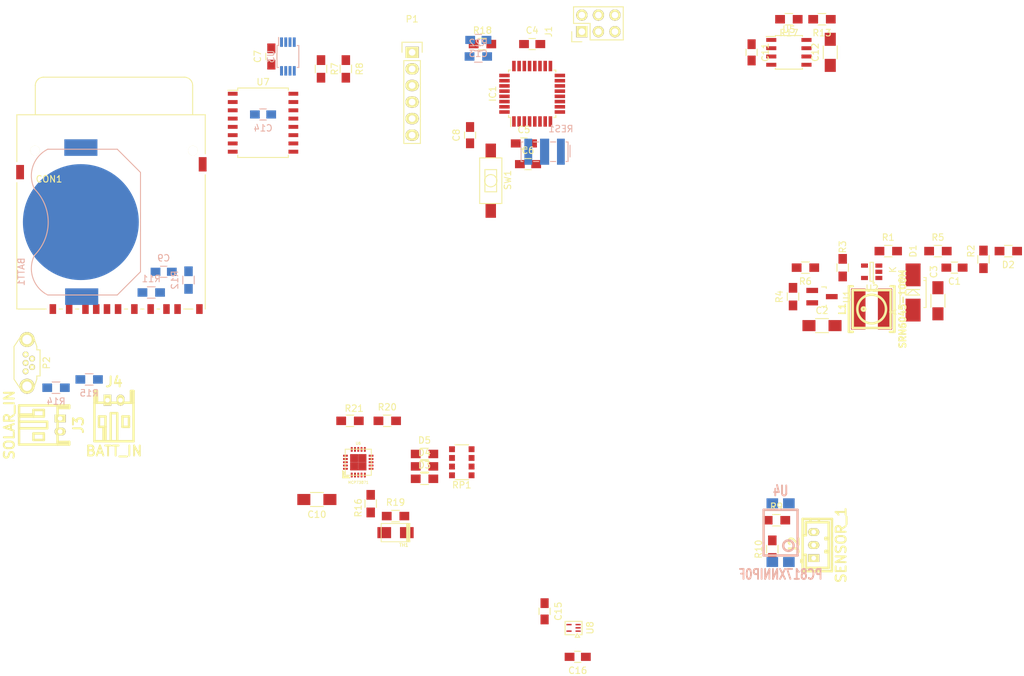
<source format=kicad_pcb>
(kicad_pcb (version 4) (host pcbnew "(2015-08-05 BZR 6055, Git fa29c62)-product")

  (general
    (links 182)
    (no_connects 182)
    (area 0 0 0 0)
    (thickness 1.6)
    (drawings 0)
    (tracks 0)
    (zones 0)
    (modules 65)
    (nets 69)
  )

  (page A4)
  (layers
    (0 F.Cu signal)
    (31 B.Cu signal)
    (32 B.Adhes user)
    (33 F.Adhes user)
    (34 B.Paste user)
    (35 F.Paste user)
    (36 B.SilkS user)
    (37 F.SilkS user)
    (38 B.Mask user)
    (39 F.Mask user)
    (40 Dwgs.User user)
    (41 Cmts.User user)
    (42 Eco1.User user)
    (43 Eco2.User user)
    (44 Edge.Cuts user)
    (45 Margin user)
    (46 B.CrtYd user)
    (47 F.CrtYd user)
    (48 B.Fab user)
    (49 F.Fab user)
  )

  (setup
    (last_trace_width 0.25)
    (trace_clearance 0.2)
    (zone_clearance 0.508)
    (zone_45_only no)
    (trace_min 0.2)
    (segment_width 0.2)
    (edge_width 0.1)
    (via_size 0.6)
    (via_drill 0.4)
    (via_min_size 0.4)
    (via_min_drill 0.3)
    (uvia_size 0.3)
    (uvia_drill 0.1)
    (uvias_allowed no)
    (uvia_min_size 0.2)
    (uvia_min_drill 0.1)
    (pcb_text_width 0.3)
    (pcb_text_size 1.5 1.5)
    (mod_edge_width 0.15)
    (mod_text_size 1 1)
    (mod_text_width 0.15)
    (pad_size 1.5 1.5)
    (pad_drill 0.6)
    (pad_to_mask_clearance 0)
    (aux_axis_origin 0 0)
    (visible_elements FFFEFF7F)
    (pcbplotparams
      (layerselection 0x00030_80000001)
      (usegerberextensions false)
      (excludeedgelayer true)
      (linewidth 0.100000)
      (plotframeref false)
      (viasonmask false)
      (mode 1)
      (useauxorigin false)
      (hpglpennumber 1)
      (hpglpenspeed 20)
      (hpglpendiameter 15)
      (hpglpenoverlay 2)
      (psnegative false)
      (psa4output false)
      (plotreference true)
      (plotvalue true)
      (plotinvisibletext false)
      (padsonsilk false)
      (subtractmaskfromsilk false)
      (outputformat 1)
      (mirror false)
      (drillshape 1)
      (scaleselection 1)
      (outputdirectory ""))
  )

  (net 0 "")
  (net 1 Earth)
  (net 2 "Net-(BATT1-Pad1)")
  (net 3 13V)
  (net 4 "Net-(C1-Pad2)")
  (net 5 /VBATT_SW)
  (net 6 "Net-(C4-Pad2)")
  (net 7 3V3)
  (net 8 "Net-(C8-Pad1)")
  (net 9 RESET)
  (net 10 "Net-(C10-Pad1)")
  (net 11 /SOLAR/USB)
  (net 12 VBATT)
  (net 13 /BATT_V_SENSE)
  (net 14 "Net-(CON1-Pad1)")
  (net 15 /MOSI)
  (net 16 /SCK)
  (net 17 /MISO)
  (net 18 "Net-(CON1-Pad8)")
  (net 19 "Net-(CON1-Pad9)")
  (net 20 "Net-(CON1-Pad10)")
  (net 21 "Net-(CON1-Pad11)")
  (net 22 "Net-(D1-Pad2)")
  (net 23 "Net-(D2-Pad2)")
  (net 24 "Net-(D3-Pad1)")
  (net 25 "Net-(D3-Pad2)")
  (net 26 "Net-(D4-Pad1)")
  (net 27 "Net-(D4-Pad2)")
  (net 28 "Net-(D5-Pad1)")
  (net 29 "Net-(D5-Pad2)")
  (net 30 "Net-(IC1-Pad1)")
  (net 31 "Net-(IC1-Pad2)")
  (net 32 "Net-(IC1-Pad7)")
  (net 33 "Net-(IC1-Pad8)")
  (net 34 "Net-(IC1-Pad9)")
  (net 35 "Net-(IC1-Pad10)")
  (net 36 "Net-(IC1-Pad11)")
  (net 37 "Net-(IC1-Pad12)")
  (net 38 "Net-(IC1-Pad13)")
  (net 39 "Net-(IC1-Pad19)")
  (net 40 "Net-(IC1-Pad22)")
  (net 41 "Net-(IC1-Pad24)")
  (net 42 "Net-(IC1-Pad25)")
  (net 43 "Net-(IC1-Pad26)")
  (net 44 SDA)
  (net 45 SCL)
  (net 46 "Net-(IC1-Pad30)")
  (net 47 "Net-(IC1-Pad31)")
  (net 48 /SQW)
  (net 49 /AMBNT_LGHT_OUT)
  (net 50 /VBATT_RAW)
  (net 51 "Net-(P2-Pad2)")
  (net 52 "Net-(P2-Pad3)")
  (net 53 "Net-(P2-Pad4)")
  (net 54 "Net-(R3-Pad2)")
  (net 55 "Net-(R10-Pad1)")
  (net 56 "Net-(R13-Pad2)")
  (net 57 "Net-(R16-Pad1)")
  (net 58 "Net-(R16-Pad2)")
  (net 59 "Net-(R20-Pad1)")
  (net 60 "Net-(R21-Pad1)")
  (net 61 "Net-(RP1-Pad4)")
  (net 62 "Net-(RP1-Pad5)")
  (net 63 "Net-(U3-Pad2)")
  (net 64 "Net-(U3-Pad3)")
  (net 65 "Net-(U3-Pad4)")
  (net 66 "Net-(U3-Pad6)")
  (net 67 "Net-(U7-Pad1)")
  (net 68 "Net-(U7-Pad4)")

  (net_class Default "This is the default net class."
    (clearance 0.2)
    (trace_width 0.25)
    (via_dia 0.6)
    (via_drill 0.4)
    (uvia_dia 0.3)
    (uvia_drill 0.1)
    (add_net /AMBNT_LGHT_OUT)
    (add_net /BATT_V_SENSE)
    (add_net /MISO)
    (add_net /MOSI)
    (add_net /SCK)
    (add_net /SOLAR/USB)
    (add_net /SQW)
    (add_net /VBATT_RAW)
    (add_net /VBATT_SW)
    (add_net 13V)
    (add_net 3V3)
    (add_net Earth)
    (add_net "Net-(BATT1-Pad1)")
    (add_net "Net-(C1-Pad2)")
    (add_net "Net-(C10-Pad1)")
    (add_net "Net-(C4-Pad2)")
    (add_net "Net-(C8-Pad1)")
    (add_net "Net-(CON1-Pad1)")
    (add_net "Net-(CON1-Pad10)")
    (add_net "Net-(CON1-Pad11)")
    (add_net "Net-(CON1-Pad8)")
    (add_net "Net-(CON1-Pad9)")
    (add_net "Net-(D1-Pad2)")
    (add_net "Net-(D2-Pad2)")
    (add_net "Net-(D3-Pad1)")
    (add_net "Net-(D3-Pad2)")
    (add_net "Net-(D4-Pad1)")
    (add_net "Net-(D4-Pad2)")
    (add_net "Net-(D5-Pad1)")
    (add_net "Net-(D5-Pad2)")
    (add_net "Net-(IC1-Pad1)")
    (add_net "Net-(IC1-Pad10)")
    (add_net "Net-(IC1-Pad11)")
    (add_net "Net-(IC1-Pad12)")
    (add_net "Net-(IC1-Pad13)")
    (add_net "Net-(IC1-Pad19)")
    (add_net "Net-(IC1-Pad2)")
    (add_net "Net-(IC1-Pad22)")
    (add_net "Net-(IC1-Pad24)")
    (add_net "Net-(IC1-Pad25)")
    (add_net "Net-(IC1-Pad26)")
    (add_net "Net-(IC1-Pad30)")
    (add_net "Net-(IC1-Pad31)")
    (add_net "Net-(IC1-Pad7)")
    (add_net "Net-(IC1-Pad8)")
    (add_net "Net-(IC1-Pad9)")
    (add_net "Net-(P2-Pad2)")
    (add_net "Net-(P2-Pad3)")
    (add_net "Net-(P2-Pad4)")
    (add_net "Net-(R10-Pad1)")
    (add_net "Net-(R13-Pad2)")
    (add_net "Net-(R16-Pad1)")
    (add_net "Net-(R16-Pad2)")
    (add_net "Net-(R20-Pad1)")
    (add_net "Net-(R21-Pad1)")
    (add_net "Net-(R3-Pad2)")
    (add_net "Net-(RP1-Pad4)")
    (add_net "Net-(RP1-Pad5)")
    (add_net "Net-(U3-Pad2)")
    (add_net "Net-(U3-Pad3)")
    (add_net "Net-(U3-Pad4)")
    (add_net "Net-(U3-Pad6)")
    (add_net "Net-(U7-Pad1)")
    (add_net "Net-(U7-Pad4)")
    (add_net RESET)
    (add_net SCL)
    (add_net SDA)
    (add_net VBATT)
  )

  (module DWL_KiCad_Lib:C2025 (layer B.Cu) (tedit 55CDD8B7) (tstamp 55D05193)
    (at 70.485 83.82 90)
    (path /55C8CDC8)
    (fp_text reference BATT1 (at -7.62 -9.144 90) (layer B.SilkS)
      (effects (font (size 1 1) (thickness 0.15)) (justify mirror))
    )
    (fp_text value CR2025 (at -5.588 10.16 90) (layer B.Fab)
      (effects (font (size 1 1) (thickness 0.15)) (justify mirror))
    )
    (fp_arc (start 0 -12.192) (end -5.08 -7.112) (angle -90) (layer B.SilkS) (width 0.15))
    (fp_arc (start -7.112 -3.048) (end -5.08 -7.112) (angle -90) (layer B.SilkS) (width 0.15))
    (fp_arc (start 7.112 -3.048) (end 11.176 -5.08) (angle -90) (layer B.SilkS) (width 0.15))
    (fp_line (start -7.62 9.144) (end -11.176 5.588) (layer B.SilkS) (width 0.15))
    (fp_line (start -11.176 5.588) (end -11.176 -5.08) (layer B.SilkS) (width 0.15))
    (fp_line (start -7.62 9.144) (end 7.62 9.144) (layer B.SilkS) (width 0.15))
    (fp_line (start 7.62 9.144) (end 11.176 5.588) (layer B.SilkS) (width 0.15))
    (fp_line (start 11.176 5.588) (end 11.176 -5.08) (layer B.SilkS) (width 0.15))
    (pad 2 smd circle (at 0 0 90) (size 17.78 17.78) (layers B.Cu B.Paste B.Mask)
      (net 1 Earth))
    (pad 1 smd rect (at 11.43 0 90) (size 2.54 5.08) (layers B.Cu B.Paste B.Mask)
      (net 2 "Net-(BATT1-Pad1)"))
    (pad 1 smd rect (at -11.43 0.127 90) (size 2.54 5.08) (layers B.Cu B.Paste B.Mask)
      (net 2 "Net-(BATT1-Pad1)"))
  )

  (module Capacitors_SMD:C_0805_HandSoldering (layer F.Cu) (tedit 541A9B8D) (tstamp 55D0519F)
    (at 204.47 90.805 180)
    (descr "Capacitor SMD 0805, hand soldering")
    (tags "capacitor 0805")
    (path /55C9FA54)
    (attr smd)
    (fp_text reference C1 (at 0 -2.1 180) (layer F.SilkS)
      (effects (font (size 1 1) (thickness 0.15)))
    )
    (fp_text value "470 pf" (at 0 2.1 180) (layer F.Fab)
      (effects (font (size 1 1) (thickness 0.15)))
    )
    (fp_line (start -2.3 -1) (end 2.3 -1) (layer F.CrtYd) (width 0.05))
    (fp_line (start -2.3 1) (end 2.3 1) (layer F.CrtYd) (width 0.05))
    (fp_line (start -2.3 -1) (end -2.3 1) (layer F.CrtYd) (width 0.05))
    (fp_line (start 2.3 -1) (end 2.3 1) (layer F.CrtYd) (width 0.05))
    (fp_line (start 0.5 -0.85) (end -0.5 -0.85) (layer F.SilkS) (width 0.15))
    (fp_line (start -0.5 0.85) (end 0.5 0.85) (layer F.SilkS) (width 0.15))
    (pad 1 smd rect (at -1.25 0 180) (size 1.5 1.25) (layers F.Cu F.Paste F.Mask)
      (net 3 13V))
    (pad 2 smd rect (at 1.25 0 180) (size 1.5 1.25) (layers F.Cu F.Paste F.Mask)
      (net 4 "Net-(C1-Pad2)"))
    (model Capacitors_SMD.3dshapes/C_0805_HandSoldering.wrl
      (at (xyz 0 0 0))
      (scale (xyz 1 1 1))
      (rotate (xyz 0 0 0))
    )
  )

  (module Resistors_SMD:R_1206_HandSoldering (layer F.Cu) (tedit 5418A20D) (tstamp 55D051AB)
    (at 184.15 99.695)
    (descr "Resistor SMD 1206, hand soldering")
    (tags "resistor 1206")
    (path /55CA1629)
    (attr smd)
    (fp_text reference C2 (at 0 -2.3) (layer F.SilkS)
      (effects (font (size 1 1) (thickness 0.15)))
    )
    (fp_text value "10 uf" (at 0 2.3) (layer F.Fab)
      (effects (font (size 1 1) (thickness 0.15)))
    )
    (fp_line (start -3.3 -1.2) (end 3.3 -1.2) (layer F.CrtYd) (width 0.05))
    (fp_line (start -3.3 1.2) (end 3.3 1.2) (layer F.CrtYd) (width 0.05))
    (fp_line (start -3.3 -1.2) (end -3.3 1.2) (layer F.CrtYd) (width 0.05))
    (fp_line (start 3.3 -1.2) (end 3.3 1.2) (layer F.CrtYd) (width 0.05))
    (fp_line (start 1 1.075) (end -1 1.075) (layer F.SilkS) (width 0.15))
    (fp_line (start -1 -1.075) (end 1 -1.075) (layer F.SilkS) (width 0.15))
    (pad 1 smd rect (at -2 0) (size 2 1.7) (layers F.Cu F.Paste F.Mask)
      (net 1 Earth))
    (pad 2 smd rect (at 2 0) (size 2 1.7) (layers F.Cu F.Paste F.Mask)
      (net 5 /VBATT_SW))
    (model Resistors_SMD.3dshapes/R_1206_HandSoldering.wrl
      (at (xyz 0 0 0))
      (scale (xyz 1 1 1))
      (rotate (xyz 0 0 0))
    )
  )

  (module Resistors_SMD:R_1206_HandSoldering (layer F.Cu) (tedit 55CDEEC9) (tstamp 55D051B7)
    (at 201.93 95.885 90)
    (descr "Resistor SMD 1206, hand soldering")
    (tags "resistor 1206")
    (path /55CD1533)
    (attr smd)
    (fp_text reference C3 (at 4.445 -0.635 90) (layer F.SilkS)
      (effects (font (size 1 1) (thickness 0.15)))
    )
    (fp_text value "10 uf" (at 0 2.3 90) (layer F.Fab)
      (effects (font (size 1 1) (thickness 0.15)))
    )
    (fp_line (start -3.3 -1.2) (end 3.3 -1.2) (layer F.CrtYd) (width 0.05))
    (fp_line (start -3.3 1.2) (end 3.3 1.2) (layer F.CrtYd) (width 0.05))
    (fp_line (start -3.3 -1.2) (end -3.3 1.2) (layer F.CrtYd) (width 0.05))
    (fp_line (start 3.3 -1.2) (end 3.3 1.2) (layer F.CrtYd) (width 0.05))
    (fp_line (start 1 1.075) (end -1 1.075) (layer F.SilkS) (width 0.15))
    (fp_line (start -1 -1.075) (end 1 -1.075) (layer F.SilkS) (width 0.15))
    (pad 1 smd rect (at -2 0 90) (size 2 1.7) (layers F.Cu F.Paste F.Mask)
      (net 1 Earth))
    (pad 2 smd rect (at 2 0 90) (size 2 1.7) (layers F.Cu F.Paste F.Mask)
      (net 3 13V))
    (model Resistors_SMD.3dshapes/R_1206_HandSoldering.wrl
      (at (xyz 0 0 0))
      (scale (xyz 1 1 1))
      (rotate (xyz 0 0 0))
    )
  )

  (module Capacitors_SMD:C_0805_HandSoldering (layer F.Cu) (tedit 541A9B8D) (tstamp 55D051C3)
    (at 139.7 56.515)
    (descr "Capacitor SMD 0805, hand soldering")
    (tags "capacitor 0805")
    (path /55D02ED1)
    (attr smd)
    (fp_text reference C4 (at 0 -2.1) (layer F.SilkS)
      (effects (font (size 1 1) (thickness 0.15)))
    )
    (fp_text value ".1 uf" (at 0 2.1) (layer F.Fab)
      (effects (font (size 1 1) (thickness 0.15)))
    )
    (fp_line (start -2.3 -1) (end 2.3 -1) (layer F.CrtYd) (width 0.05))
    (fp_line (start -2.3 1) (end 2.3 1) (layer F.CrtYd) (width 0.05))
    (fp_line (start -2.3 -1) (end -2.3 1) (layer F.CrtYd) (width 0.05))
    (fp_line (start 2.3 -1) (end 2.3 1) (layer F.CrtYd) (width 0.05))
    (fp_line (start 0.5 -0.85) (end -0.5 -0.85) (layer F.SilkS) (width 0.15))
    (fp_line (start -0.5 0.85) (end 0.5 0.85) (layer F.SilkS) (width 0.15))
    (pad 1 smd rect (at -1.25 0) (size 1.5 1.25) (layers F.Cu F.Paste F.Mask)
      (net 1 Earth))
    (pad 2 smd rect (at 1.25 0) (size 1.5 1.25) (layers F.Cu F.Paste F.Mask)
      (net 6 "Net-(C4-Pad2)"))
    (model Capacitors_SMD.3dshapes/C_0805_HandSoldering.wrl
      (at (xyz 0 0 0))
      (scale (xyz 1 1 1))
      (rotate (xyz 0 0 0))
    )
  )

  (module Capacitors_SMD:C_0805_HandSoldering (layer F.Cu) (tedit 541A9B8D) (tstamp 55D051CF)
    (at 138.43 71.755)
    (descr "Capacitor SMD 0805, hand soldering")
    (tags "capacitor 0805")
    (path /55CCA623)
    (attr smd)
    (fp_text reference C5 (at 0 -2.1) (layer F.SilkS)
      (effects (font (size 1 1) (thickness 0.15)))
    )
    (fp_text value ".1 uf" (at 0 2.1) (layer F.Fab)
      (effects (font (size 1 1) (thickness 0.15)))
    )
    (fp_line (start -2.3 -1) (end 2.3 -1) (layer F.CrtYd) (width 0.05))
    (fp_line (start -2.3 1) (end 2.3 1) (layer F.CrtYd) (width 0.05))
    (fp_line (start -2.3 -1) (end -2.3 1) (layer F.CrtYd) (width 0.05))
    (fp_line (start 2.3 -1) (end 2.3 1) (layer F.CrtYd) (width 0.05))
    (fp_line (start 0.5 -0.85) (end -0.5 -0.85) (layer F.SilkS) (width 0.15))
    (fp_line (start -0.5 0.85) (end 0.5 0.85) (layer F.SilkS) (width 0.15))
    (pad 1 smd rect (at -1.25 0) (size 1.5 1.25) (layers F.Cu F.Paste F.Mask)
      (net 1 Earth))
    (pad 2 smd rect (at 1.25 0) (size 1.5 1.25) (layers F.Cu F.Paste F.Mask)
      (net 7 3V3))
    (model Capacitors_SMD.3dshapes/C_0805_HandSoldering.wrl
      (at (xyz 0 0 0))
      (scale (xyz 1 1 1))
      (rotate (xyz 0 0 0))
    )
  )

  (module Capacitors_SMD:C_0805_HandSoldering (layer F.Cu) (tedit 541A9B8D) (tstamp 55D051DB)
    (at 139.065 74.93)
    (descr "Capacitor SMD 0805, hand soldering")
    (tags "capacitor 0805")
    (path /55CCA714)
    (attr smd)
    (fp_text reference C6 (at 0 -2.1) (layer F.SilkS)
      (effects (font (size 1 1) (thickness 0.15)))
    )
    (fp_text value ".1 uf" (at 0 2.1) (layer F.Fab)
      (effects (font (size 1 1) (thickness 0.15)))
    )
    (fp_line (start -2.3 -1) (end 2.3 -1) (layer F.CrtYd) (width 0.05))
    (fp_line (start -2.3 1) (end 2.3 1) (layer F.CrtYd) (width 0.05))
    (fp_line (start -2.3 -1) (end -2.3 1) (layer F.CrtYd) (width 0.05))
    (fp_line (start 2.3 -1) (end 2.3 1) (layer F.CrtYd) (width 0.05))
    (fp_line (start 0.5 -0.85) (end -0.5 -0.85) (layer F.SilkS) (width 0.15))
    (fp_line (start -0.5 0.85) (end 0.5 0.85) (layer F.SilkS) (width 0.15))
    (pad 1 smd rect (at -1.25 0) (size 1.5 1.25) (layers F.Cu F.Paste F.Mask)
      (net 1 Earth))
    (pad 2 smd rect (at 1.25 0) (size 1.5 1.25) (layers F.Cu F.Paste F.Mask)
      (net 7 3V3))
    (model Capacitors_SMD.3dshapes/C_0805_HandSoldering.wrl
      (at (xyz 0 0 0))
      (scale (xyz 1 1 1))
      (rotate (xyz 0 0 0))
    )
  )

  (module Capacitors_SMD:C_0805_HandSoldering (layer F.Cu) (tedit 541A9B8D) (tstamp 55D051E7)
    (at 99.695 58.42 90)
    (descr "Capacitor SMD 0805, hand soldering")
    (tags "capacitor 0805")
    (path /55CCA7BA)
    (attr smd)
    (fp_text reference C7 (at 0 -2.1 90) (layer F.SilkS)
      (effects (font (size 1 1) (thickness 0.15)))
    )
    (fp_text value ".1 uf" (at 0 2.1 90) (layer F.Fab)
      (effects (font (size 1 1) (thickness 0.15)))
    )
    (fp_line (start -2.3 -1) (end 2.3 -1) (layer F.CrtYd) (width 0.05))
    (fp_line (start -2.3 1) (end 2.3 1) (layer F.CrtYd) (width 0.05))
    (fp_line (start -2.3 -1) (end -2.3 1) (layer F.CrtYd) (width 0.05))
    (fp_line (start 2.3 -1) (end 2.3 1) (layer F.CrtYd) (width 0.05))
    (fp_line (start 0.5 -0.85) (end -0.5 -0.85) (layer F.SilkS) (width 0.15))
    (fp_line (start -0.5 0.85) (end 0.5 0.85) (layer F.SilkS) (width 0.15))
    (pad 1 smd rect (at -1.25 0 90) (size 1.5 1.25) (layers F.Cu F.Paste F.Mask)
      (net 1 Earth))
    (pad 2 smd rect (at 1.25 0 90) (size 1.5 1.25) (layers F.Cu F.Paste F.Mask)
      (net 7 3V3))
    (model Capacitors_SMD.3dshapes/C_0805_HandSoldering.wrl
      (at (xyz 0 0 0))
      (scale (xyz 1 1 1))
      (rotate (xyz 0 0 0))
    )
  )

  (module Capacitors_SMD:C_0805_HandSoldering (layer F.Cu) (tedit 541A9B8D) (tstamp 55D051F3)
    (at 130.175 70.485 90)
    (descr "Capacitor SMD 0805, hand soldering")
    (tags "capacitor 0805")
    (path /55CFD897)
    (attr smd)
    (fp_text reference C8 (at 0 -2.1 90) (layer F.SilkS)
      (effects (font (size 1 1) (thickness 0.15)))
    )
    (fp_text value ".1 uf" (at 0 2.1 90) (layer F.Fab)
      (effects (font (size 1 1) (thickness 0.15)))
    )
    (fp_line (start -2.3 -1) (end 2.3 -1) (layer F.CrtYd) (width 0.05))
    (fp_line (start -2.3 1) (end 2.3 1) (layer F.CrtYd) (width 0.05))
    (fp_line (start -2.3 -1) (end -2.3 1) (layer F.CrtYd) (width 0.05))
    (fp_line (start 2.3 -1) (end 2.3 1) (layer F.CrtYd) (width 0.05))
    (fp_line (start 0.5 -0.85) (end -0.5 -0.85) (layer F.SilkS) (width 0.15))
    (fp_line (start -0.5 0.85) (end 0.5 0.85) (layer F.SilkS) (width 0.15))
    (pad 1 smd rect (at -1.25 0 90) (size 1.5 1.25) (layers F.Cu F.Paste F.Mask)
      (net 8 "Net-(C8-Pad1)"))
    (pad 2 smd rect (at 1.25 0 90) (size 1.5 1.25) (layers F.Cu F.Paste F.Mask)
      (net 9 RESET))
    (model Capacitors_SMD.3dshapes/C_0805_HandSoldering.wrl
      (at (xyz 0 0 0))
      (scale (xyz 1 1 1))
      (rotate (xyz 0 0 0))
    )
  )

  (module Capacitors_SMD:C_0805_HandSoldering (layer B.Cu) (tedit 541A9B8D) (tstamp 55D051FF)
    (at 83.185 91.44 180)
    (descr "Capacitor SMD 0805, hand soldering")
    (tags "capacitor 0805")
    (path /55CEDD06)
    (attr smd)
    (fp_text reference C9 (at 0 2.1 180) (layer B.SilkS)
      (effects (font (size 1 1) (thickness 0.15)) (justify mirror))
    )
    (fp_text value ".1 uf" (at 0 -2.1 180) (layer B.Fab)
      (effects (font (size 1 1) (thickness 0.15)) (justify mirror))
    )
    (fp_line (start -2.3 1) (end 2.3 1) (layer B.CrtYd) (width 0.05))
    (fp_line (start -2.3 -1) (end 2.3 -1) (layer B.CrtYd) (width 0.05))
    (fp_line (start -2.3 1) (end -2.3 -1) (layer B.CrtYd) (width 0.05))
    (fp_line (start 2.3 1) (end 2.3 -1) (layer B.CrtYd) (width 0.05))
    (fp_line (start 0.5 0.85) (end -0.5 0.85) (layer B.SilkS) (width 0.15))
    (fp_line (start -0.5 -0.85) (end 0.5 -0.85) (layer B.SilkS) (width 0.15))
    (pad 1 smd rect (at -1.25 0 180) (size 1.5 1.25) (layers B.Cu B.Paste B.Mask)
      (net 1 Earth))
    (pad 2 smd rect (at 1.25 0 180) (size 1.5 1.25) (layers B.Cu B.Paste B.Mask)
      (net 7 3V3))
    (model Capacitors_SMD.3dshapes/C_0805_HandSoldering.wrl
      (at (xyz 0 0 0))
      (scale (xyz 1 1 1))
      (rotate (xyz 0 0 0))
    )
  )

  (module Resistors_SMD:R_1206_HandSoldering (layer F.Cu) (tedit 5418A20D) (tstamp 55D0520B)
    (at 106.68 126.365 180)
    (descr "Resistor SMD 1206, hand soldering")
    (tags "resistor 1206")
    (path /55CD5591)
    (attr smd)
    (fp_text reference C10 (at 0 -2.3 180) (layer F.SilkS)
      (effects (font (size 1 1) (thickness 0.15)))
    )
    (fp_text value "10 uf" (at 0 2.3 180) (layer F.Fab)
      (effects (font (size 1 1) (thickness 0.15)))
    )
    (fp_line (start -3.3 -1.2) (end 3.3 -1.2) (layer F.CrtYd) (width 0.05))
    (fp_line (start -3.3 1.2) (end 3.3 1.2) (layer F.CrtYd) (width 0.05))
    (fp_line (start -3.3 -1.2) (end -3.3 1.2) (layer F.CrtYd) (width 0.05))
    (fp_line (start 3.3 -1.2) (end 3.3 1.2) (layer F.CrtYd) (width 0.05))
    (fp_line (start 1 1.075) (end -1 1.075) (layer F.SilkS) (width 0.15))
    (fp_line (start -1 -1.075) (end 1 -1.075) (layer F.SilkS) (width 0.15))
    (pad 1 smd rect (at -2 0 180) (size 2 1.7) (layers F.Cu F.Paste F.Mask)
      (net 10 "Net-(C10-Pad1)"))
    (pad 2 smd rect (at 2 0 180) (size 2 1.7) (layers F.Cu F.Paste F.Mask)
      (net 11 /SOLAR/USB))
    (model Resistors_SMD.3dshapes/R_1206_HandSoldering.wrl
      (at (xyz 0 0 0))
      (scale (xyz 1 1 1))
      (rotate (xyz 0 0 0))
    )
  )

  (module Capacitors_SMD:C_0805_HandSoldering (layer F.Cu) (tedit 541A9B8D) (tstamp 55D05217)
    (at 173.355 57.785 270)
    (descr "Capacitor SMD 0805, hand soldering")
    (tags "capacitor 0805")
    (path /55CC9FCE)
    (attr smd)
    (fp_text reference C11 (at 0 -2.1 270) (layer F.SilkS)
      (effects (font (size 1 1) (thickness 0.15)))
    )
    (fp_text value ".1 uf" (at 0 2.1 270) (layer F.Fab)
      (effects (font (size 1 1) (thickness 0.15)))
    )
    (fp_line (start -2.3 -1) (end 2.3 -1) (layer F.CrtYd) (width 0.05))
    (fp_line (start -2.3 1) (end 2.3 1) (layer F.CrtYd) (width 0.05))
    (fp_line (start -2.3 -1) (end -2.3 1) (layer F.CrtYd) (width 0.05))
    (fp_line (start 2.3 -1) (end 2.3 1) (layer F.CrtYd) (width 0.05))
    (fp_line (start 0.5 -0.85) (end -0.5 -0.85) (layer F.SilkS) (width 0.15))
    (fp_line (start -0.5 0.85) (end 0.5 0.85) (layer F.SilkS) (width 0.15))
    (pad 1 smd rect (at -1.25 0 270) (size 1.5 1.25) (layers F.Cu F.Paste F.Mask)
      (net 1 Earth))
    (pad 2 smd rect (at 1.25 0 270) (size 1.5 1.25) (layers F.Cu F.Paste F.Mask)
      (net 12 VBATT))
    (model Capacitors_SMD.3dshapes/C_0805_HandSoldering.wrl
      (at (xyz 0 0 0))
      (scale (xyz 1 1 1))
      (rotate (xyz 0 0 0))
    )
  )

  (module Resistors_SMD:R_1206_HandSoldering (layer F.Cu) (tedit 5418A20D) (tstamp 55D05223)
    (at 185.42 57.785 90)
    (descr "Resistor SMD 1206, hand soldering")
    (tags "resistor 1206")
    (path /55CD35A5)
    (attr smd)
    (fp_text reference C12 (at 0 -2.3 90) (layer F.SilkS)
      (effects (font (size 1 1) (thickness 0.15)))
    )
    (fp_text value "10 uf" (at 0 2.3 90) (layer F.Fab)
      (effects (font (size 1 1) (thickness 0.15)))
    )
    (fp_line (start -3.3 -1.2) (end 3.3 -1.2) (layer F.CrtYd) (width 0.05))
    (fp_line (start -3.3 1.2) (end 3.3 1.2) (layer F.CrtYd) (width 0.05))
    (fp_line (start -3.3 -1.2) (end -3.3 1.2) (layer F.CrtYd) (width 0.05))
    (fp_line (start 3.3 -1.2) (end 3.3 1.2) (layer F.CrtYd) (width 0.05))
    (fp_line (start 1 1.075) (end -1 1.075) (layer F.SilkS) (width 0.15))
    (fp_line (start -1 -1.075) (end 1 -1.075) (layer F.SilkS) (width 0.15))
    (pad 1 smd rect (at -2 0 90) (size 2 1.7) (layers F.Cu F.Paste F.Mask)
      (net 1 Earth))
    (pad 2 smd rect (at 2 0 90) (size 2 1.7) (layers F.Cu F.Paste F.Mask)
      (net 7 3V3))
    (model Resistors_SMD.3dshapes/R_1206_HandSoldering.wrl
      (at (xyz 0 0 0))
      (scale (xyz 1 1 1))
      (rotate (xyz 0 0 0))
    )
  )

  (module Capacitors_SMD:C_0805_HandSoldering (layer B.Cu) (tedit 541A9B8D) (tstamp 55D0522F)
    (at 131.445 55.88)
    (descr "Capacitor SMD 0805, hand soldering")
    (tags "capacitor 0805")
    (path /55D2FCDD)
    (attr smd)
    (fp_text reference C13 (at 0 2.1) (layer B.SilkS)
      (effects (font (size 1 1) (thickness 0.15)) (justify mirror))
    )
    (fp_text value ".1 uf" (at 0 -2.1) (layer B.Fab)
      (effects (font (size 1 1) (thickness 0.15)) (justify mirror))
    )
    (fp_line (start -2.3 1) (end 2.3 1) (layer B.CrtYd) (width 0.05))
    (fp_line (start -2.3 -1) (end 2.3 -1) (layer B.CrtYd) (width 0.05))
    (fp_line (start -2.3 1) (end -2.3 -1) (layer B.CrtYd) (width 0.05))
    (fp_line (start 2.3 1) (end 2.3 -1) (layer B.CrtYd) (width 0.05))
    (fp_line (start 0.5 0.85) (end -0.5 0.85) (layer B.SilkS) (width 0.15))
    (fp_line (start -0.5 -0.85) (end 0.5 -0.85) (layer B.SilkS) (width 0.15))
    (pad 1 smd rect (at -1.25 0) (size 1.5 1.25) (layers B.Cu B.Paste B.Mask)
      (net 1 Earth))
    (pad 2 smd rect (at 1.25 0) (size 1.5 1.25) (layers B.Cu B.Paste B.Mask)
      (net 13 /BATT_V_SENSE))
    (model Capacitors_SMD.3dshapes/C_0805_HandSoldering.wrl
      (at (xyz 0 0 0))
      (scale (xyz 1 1 1))
      (rotate (xyz 0 0 0))
    )
  )

  (module Capacitors_SMD:C_0805_HandSoldering (layer B.Cu) (tedit 541A9B8D) (tstamp 55D0523B)
    (at 98.425 67.31)
    (descr "Capacitor SMD 0805, hand soldering")
    (tags "capacitor 0805")
    (path /55CC902F)
    (attr smd)
    (fp_text reference C14 (at 0 2.1) (layer B.SilkS)
      (effects (font (size 1 1) (thickness 0.15)) (justify mirror))
    )
    (fp_text value ".1 uf" (at 0 -2.1) (layer B.Fab)
      (effects (font (size 1 1) (thickness 0.15)) (justify mirror))
    )
    (fp_line (start -2.3 1) (end 2.3 1) (layer B.CrtYd) (width 0.05))
    (fp_line (start -2.3 -1) (end 2.3 -1) (layer B.CrtYd) (width 0.05))
    (fp_line (start -2.3 1) (end -2.3 -1) (layer B.CrtYd) (width 0.05))
    (fp_line (start 2.3 1) (end 2.3 -1) (layer B.CrtYd) (width 0.05))
    (fp_line (start 0.5 0.85) (end -0.5 0.85) (layer B.SilkS) (width 0.15))
    (fp_line (start -0.5 -0.85) (end 0.5 -0.85) (layer B.SilkS) (width 0.15))
    (pad 1 smd rect (at -1.25 0) (size 1.5 1.25) (layers B.Cu B.Paste B.Mask)
      (net 1 Earth))
    (pad 2 smd rect (at 1.25 0) (size 1.5 1.25) (layers B.Cu B.Paste B.Mask)
      (net 7 3V3))
    (model Capacitors_SMD.3dshapes/C_0805_HandSoldering.wrl
      (at (xyz 0 0 0))
      (scale (xyz 1 1 1))
      (rotate (xyz 0 0 0))
    )
  )

  (module Capacitors_SMD:C_0805_HandSoldering (layer F.Cu) (tedit 541A9B8D) (tstamp 55D05247)
    (at 141.605 143.51 270)
    (descr "Capacitor SMD 0805, hand soldering")
    (tags "capacitor 0805")
    (path /55CDC981)
    (attr smd)
    (fp_text reference C15 (at 0 -2.1 270) (layer F.SilkS)
      (effects (font (size 1 1) (thickness 0.15)))
    )
    (fp_text value ".1 uf" (at 0 2.1 270) (layer F.Fab)
      (effects (font (size 1 1) (thickness 0.15)))
    )
    (fp_line (start -2.3 -1) (end 2.3 -1) (layer F.CrtYd) (width 0.05))
    (fp_line (start -2.3 1) (end 2.3 1) (layer F.CrtYd) (width 0.05))
    (fp_line (start -2.3 -1) (end -2.3 1) (layer F.CrtYd) (width 0.05))
    (fp_line (start 2.3 -1) (end 2.3 1) (layer F.CrtYd) (width 0.05))
    (fp_line (start 0.5 -0.85) (end -0.5 -0.85) (layer F.SilkS) (width 0.15))
    (fp_line (start -0.5 0.85) (end 0.5 0.85) (layer F.SilkS) (width 0.15))
    (pad 1 smd rect (at -1.25 0 270) (size 1.5 1.25) (layers F.Cu F.Paste F.Mask)
      (net 1 Earth))
    (pad 2 smd rect (at 1.25 0 270) (size 1.5 1.25) (layers F.Cu F.Paste F.Mask)
      (net 9 RESET))
    (model Capacitors_SMD.3dshapes/C_0805_HandSoldering.wrl
      (at (xyz 0 0 0))
      (scale (xyz 1 1 1))
      (rotate (xyz 0 0 0))
    )
  )

  (module Capacitors_SMD:C_0805_HandSoldering (layer F.Cu) (tedit 541A9B8D) (tstamp 55D05253)
    (at 146.685 150.495 180)
    (descr "Capacitor SMD 0805, hand soldering")
    (tags "capacitor 0805")
    (path /55CCBDAD)
    (attr smd)
    (fp_text reference C16 (at 0 -2.1 180) (layer F.SilkS)
      (effects (font (size 1 1) (thickness 0.15)))
    )
    (fp_text value ".1 uf" (at 0 2.1 180) (layer F.Fab)
      (effects (font (size 1 1) (thickness 0.15)))
    )
    (fp_line (start -2.3 -1) (end 2.3 -1) (layer F.CrtYd) (width 0.05))
    (fp_line (start -2.3 1) (end 2.3 1) (layer F.CrtYd) (width 0.05))
    (fp_line (start -2.3 -1) (end -2.3 1) (layer F.CrtYd) (width 0.05))
    (fp_line (start 2.3 -1) (end 2.3 1) (layer F.CrtYd) (width 0.05))
    (fp_line (start 0.5 -0.85) (end -0.5 -0.85) (layer F.SilkS) (width 0.15))
    (fp_line (start -0.5 0.85) (end 0.5 0.85) (layer F.SilkS) (width 0.15))
    (pad 1 smd rect (at -1.25 0 180) (size 1.5 1.25) (layers F.Cu F.Paste F.Mask)
      (net 1 Earth))
    (pad 2 smd rect (at 1.25 0 180) (size 1.5 1.25) (layers F.Cu F.Paste F.Mask)
      (net 7 3V3))
    (model Capacitors_SMD.3dshapes/C_0805_HandSoldering.wrl
      (at (xyz 0 0 0))
      (scale (xyz 1 1 1))
      (rotate (xyz 0 0 0))
    )
  )

  (module DWL_KiCad_Lib:SD_Card_Receptacle_DL (layer F.Cu) (tedit 55CDE4F2) (tstamp 55D0527B)
    (at 75.565 97.155 180)
    (path /55C8BE97)
    (fp_text reference CON1 (at 9.96386 19.9312 180) (layer F.SilkS)
      (effects (font (size 1 1) (thickness 0.15)))
    )
    (fp_text value 10067847-001RLF (at -1.2 9 180) (layer F.Fab)
      (effects (font (size 1 1) (thickness 0.15)))
    )
    (fp_line (start -10.795 35.56) (end 10.795 35.56) (layer F.SilkS) (width 0.15))
    (fp_arc (start 10.795 34.29) (end 12.065 34.29) (angle 90) (layer F.SilkS) (width 0.15))
    (fp_line (start 12.065 29.845) (end 12.065 34.29) (layer F.SilkS) (width 0.15))
    (fp_line (start -12.065 34.29) (end -12.065 29.845) (layer F.SilkS) (width 0.15))
    (fp_arc (start -10.795 34.29) (end -10.795 35.56) (angle 90) (layer F.SilkS) (width 0.15))
    (fp_line (start -14.7 41.05) (end 15.5 41.05) (layer F.CrtYd) (width 0.05))
    (fp_line (start 15.5 41.05) (end 15.5 -1.25) (layer F.CrtYd) (width 0.05))
    (fp_line (start 15.5 -1.25) (end -14.7 -1.25) (layer F.CrtYd) (width 0.05))
    (fp_line (start -14.7 -1.25) (end -14.7 41.05) (layer F.CrtYd) (width 0.05))
    (fp_line (start 7.9 0) (end 8.4 0) (layer F.SilkS) (width 0.15))
    (fp_line (start 5.4 0) (end 5.9 0) (layer F.SilkS) (width 0.15))
    (fp_line (start -2.1 0) (end -1.6 0) (layer F.SilkS) (width 0.15))
    (fp_line (start -4.6 0) (end -4.1 0) (layer F.SilkS) (width 0.15))
    (fp_line (start -7 0) (end -6.6 0) (layer F.SilkS) (width 0.15))
    (fp_line (start -12.1 0) (end -10.7 0) (layer F.SilkS) (width 0.15))
    (fp_line (start -14 20.6) (end -14 0) (layer F.SilkS) (width 0.15))
    (fp_line (start 14.9 19.4) (end 14.9 0) (layer F.SilkS) (width 0.15))
    (fp_line (start 14.9 0) (end 10.4 0) (layer F.SilkS) (width 0.15))
    (fp_line (start 14.9 29.8) (end -14 29.8) (layer F.SilkS) (width 0.15))
    (fp_line (start -14 29.8) (end -14 23.8) (layer F.SilkS) (width 0.15))
    (fp_line (start 14.9 29.8) (end 14.9 22.6) (layer F.SilkS) (width 0.15))
    (pad 1 smd rect (at 6.875 0 180) (size 1 1.5) (layers F.Cu F.Paste F.Mask)
      (net 14 "Net-(CON1-Pad1)"))
    (pad 2 smd rect (at 4.375 0 180) (size 1 1.5) (layers F.Cu F.Paste F.Mask)
      (net 15 /MOSI))
    (pad 3 smd rect (at 1.075 0 180) (size 1 1.5) (layers F.Cu F.Paste F.Mask)
      (net 1 Earth))
    (pad 4 smd rect (at -0.625 0 180) (size 1 1.5) (layers F.Cu F.Paste F.Mask)
      (net 7 3V3))
    (pad 5 smd rect (at -3.125 0 180) (size 1 1.5) (layers F.Cu F.Paste F.Mask)
      (net 16 /SCK))
    (pad 6 smd rect (at -5.625 0 180) (size 1 1.5) (layers F.Cu F.Paste F.Mask)
      (net 1 Earth))
    (pad 7 smd rect (at -8.05 0 180) (size 1 1.5) (layers F.Cu F.Paste F.Mask)
      (net 17 /MISO))
    (pad 8 smd rect (at -9.75 0 180) (size 1 1.5) (layers F.Cu F.Paste F.Mask)
      (net 18 "Net-(CON1-Pad8)"))
    (pad 9 smd rect (at 9.375 0 180) (size 1 1.5) (layers F.Cu F.Paste F.Mask)
      (net 19 "Net-(CON1-Pad9)"))
    (pad 10 smd rect (at 2.725 0 180) (size 1 1.5) (layers F.Cu F.Paste F.Mask)
      (net 20 "Net-(CON1-Pad10)"))
    (pad 11 smd rect (at -13.1 0 180) (size 1 1.5) (layers F.Cu F.Paste F.Mask)
      (net 21 "Net-(CON1-Pad11)"))
    (pad 12 smd rect (at 14.4 21 180) (size 1.2 2.2) (layers F.Cu F.Paste F.Mask)
      (net 1 Earth))
    (pad 13 smd rect (at -13.6 22.2 180) (size 1.2 2.2) (layers F.Cu F.Paste F.Mask)
      (net 1 Earth))
    (pad "" np_thru_hole circle (at 12.1 24.3 180) (size 1.5 1.5) (drill 1.5) (layers *.Cu *.Mask F.SilkS))
    (pad "" np_thru_hole circle (at -12.1 24.3 180) (size 1.5 1.5) (drill 1.5) (layers *.Cu *.Mask F.SilkS))
  )

  (module Diodes_SMD:SMB_Handsoldering (layer F.Cu) (tedit 55CDEEC6) (tstamp 55D0529A)
    (at 198.12 94.615 270)
    (descr "Diode SMB Handsoldering")
    (tags "Diode SMB Handsoldering")
    (path /55C9EE74)
    (attr smd)
    (fp_text reference D1 (at -6.35 0 270) (layer F.SilkS)
      (effects (font (size 1 1) (thickness 0.15)))
    )
    (fp_text value B220-13-F (at 0.1 4.75 270) (layer F.Fab)
      (effects (font (size 1 1) (thickness 0.15)))
    )
    (fp_line (start -4.7 -2.25) (end 4.7 -2.25) (layer F.CrtYd) (width 0.05))
    (fp_line (start 4.7 -2.25) (end 4.7 2.25) (layer F.CrtYd) (width 0.05))
    (fp_line (start 4.7 2.25) (end -4.7 2.25) (layer F.CrtYd) (width 0.05))
    (fp_line (start -4.7 2.25) (end -4.7 -2.25) (layer F.CrtYd) (width 0.05))
    (fp_line (start -0.44958 0) (end 0.39878 -1.00076) (layer F.SilkS) (width 0.15))
    (fp_line (start 0.39878 -1.00076) (end 0.39878 1.00076) (layer F.SilkS) (width 0.15))
    (fp_line (start 0.39878 1.00076) (end -0.44958 0) (layer F.SilkS) (width 0.15))
    (fp_line (start -0.44958 0) (end -0.44958 1.00076) (layer F.SilkS) (width 0.15))
    (fp_line (start -0.44958 0) (end -0.44958 -1.00076) (layer F.SilkS) (width 0.15))
    (fp_text user K (at -3.5 3.1 270) (layer F.SilkS)
      (effects (font (size 1 1) (thickness 0.15)))
    )
    (fp_text user A (at 3 3.05 270) (layer F.SilkS)
      (effects (font (size 1 1) (thickness 0.15)))
    )
    (fp_line (start -2.30632 1.8) (end -2.30632 1.6002) (layer F.SilkS) (width 0.15))
    (fp_line (start -1.84928 1.8) (end -1.84928 1.601) (layer F.SilkS) (width 0.15))
    (fp_line (start 2.30124 1.8) (end 2.30124 1.651) (layer F.SilkS) (width 0.15))
    (fp_line (start -2.30124 -1.8) (end -2.30124 -1.651) (layer F.SilkS) (width 0.15))
    (fp_line (start -1.84928 -1.8) (end -1.84928 -1.651) (layer F.SilkS) (width 0.15))
    (fp_line (start 2.30124 -1.8) (end 2.30124 -1.651) (layer F.SilkS) (width 0.15))
    (fp_line (start -1.84928 1.94898) (end -1.84928 1.75086) (layer F.SilkS) (width 0.15))
    (fp_line (start -1.84928 -1.99898) (end -1.84928 -1.80086) (layer F.SilkS) (width 0.15))
    (fp_line (start 2.29616 1.99644) (end 2.29616 1.79832) (layer F.SilkS) (width 0.15))
    (fp_line (start -2.30632 1.99644) (end 2.29616 1.99644) (layer F.SilkS) (width 0.15))
    (fp_line (start -2.30632 1.99644) (end -2.30632 1.79832) (layer F.SilkS) (width 0.15))
    (fp_line (start -2.30124 -1.99898) (end -2.30124 -1.80086) (layer F.SilkS) (width 0.15))
    (fp_line (start -2.30124 -1.99898) (end 2.30124 -1.99898) (layer F.SilkS) (width 0.15))
    (fp_line (start 2.30124 -1.99898) (end 2.30124 -1.80086) (layer F.SilkS) (width 0.15))
    (pad 1 smd rect (at -2.70002 0 270) (size 3.50012 2.30124) (layers F.Cu F.Paste F.Mask)
      (net 3 13V))
    (pad 2 smd rect (at 2.70002 0 270) (size 3.50012 2.30124) (layers F.Cu F.Paste F.Mask)
      (net 22 "Net-(D1-Pad2)"))
    (model Diodes_SMD.3dshapes/SMB_Handsoldering.wrl
      (at (xyz 0 0 0))
      (scale (xyz 0.3937 0.3937 0.3937))
      (rotate (xyz 0 0 180))
    )
  )

  (module Resistors_SMD:R_0805_HandSoldering (layer F.Cu) (tedit 54189DEE) (tstamp 55D052A6)
    (at 212.725 88.265 180)
    (descr "Resistor SMD 0805, hand soldering")
    (tags "resistor 0805")
    (path /55CE0FED)
    (attr smd)
    (fp_text reference D2 (at 0 -2.1 180) (layer F.SilkS)
      (effects (font (size 1 1) (thickness 0.15)))
    )
    (fp_text value RED (at 0 2.1 180) (layer F.Fab)
      (effects (font (size 1 1) (thickness 0.15)))
    )
    (fp_line (start -2.4 -1) (end 2.4 -1) (layer F.CrtYd) (width 0.05))
    (fp_line (start -2.4 1) (end 2.4 1) (layer F.CrtYd) (width 0.05))
    (fp_line (start -2.4 -1) (end -2.4 1) (layer F.CrtYd) (width 0.05))
    (fp_line (start 2.4 -1) (end 2.4 1) (layer F.CrtYd) (width 0.05))
    (fp_line (start 0.6 0.875) (end -0.6 0.875) (layer F.SilkS) (width 0.15))
    (fp_line (start -0.6 -0.875) (end 0.6 -0.875) (layer F.SilkS) (width 0.15))
    (pad 1 smd rect (at -1.35 0 180) (size 1.5 1.3) (layers F.Cu F.Paste F.Mask)
      (net 1 Earth))
    (pad 2 smd rect (at 1.35 0 180) (size 1.5 1.3) (layers F.Cu F.Paste F.Mask)
      (net 23 "Net-(D2-Pad2)"))
    (model Resistors_SMD.3dshapes/R_0805_HandSoldering.wrl
      (at (xyz 0 0 0))
      (scale (xyz 1 1 1))
      (rotate (xyz 0 0 0))
    )
  )

  (module Resistors_SMD:R_0805_HandSoldering (layer F.Cu) (tedit 54189DEE) (tstamp 55D052B2)
    (at 123.19 123.19)
    (descr "Resistor SMD 0805, hand soldering")
    (tags "resistor 0805")
    (path /55CBA3A8)
    (attr smd)
    (fp_text reference D3 (at 0 -2.1) (layer F.SilkS)
      (effects (font (size 1 1) (thickness 0.15)))
    )
    (fp_text value RED (at 0 2.1) (layer F.Fab)
      (effects (font (size 1 1) (thickness 0.15)))
    )
    (fp_line (start -2.4 -1) (end 2.4 -1) (layer F.CrtYd) (width 0.05))
    (fp_line (start -2.4 1) (end 2.4 1) (layer F.CrtYd) (width 0.05))
    (fp_line (start -2.4 -1) (end -2.4 1) (layer F.CrtYd) (width 0.05))
    (fp_line (start 2.4 -1) (end 2.4 1) (layer F.CrtYd) (width 0.05))
    (fp_line (start 0.6 0.875) (end -0.6 0.875) (layer F.SilkS) (width 0.15))
    (fp_line (start -0.6 -0.875) (end 0.6 -0.875) (layer F.SilkS) (width 0.15))
    (pad 1 smd rect (at -1.35 0) (size 1.5 1.3) (layers F.Cu F.Paste F.Mask)
      (net 24 "Net-(D3-Pad1)"))
    (pad 2 smd rect (at 1.35 0) (size 1.5 1.3) (layers F.Cu F.Paste F.Mask)
      (net 25 "Net-(D3-Pad2)"))
    (model Resistors_SMD.3dshapes/R_0805_HandSoldering.wrl
      (at (xyz 0 0 0))
      (scale (xyz 1 1 1))
      (rotate (xyz 0 0 0))
    )
  )

  (module Resistors_SMD:R_0805_HandSoldering (layer F.Cu) (tedit 54189DEE) (tstamp 55D052BE)
    (at 123.19 121.285)
    (descr "Resistor SMD 0805, hand soldering")
    (tags "resistor 0805")
    (path /55CBA481)
    (attr smd)
    (fp_text reference D4 (at 0 -2.1) (layer F.SilkS)
      (effects (font (size 1 1) (thickness 0.15)))
    )
    (fp_text value GRN (at 0 2.1) (layer F.Fab)
      (effects (font (size 1 1) (thickness 0.15)))
    )
    (fp_line (start -2.4 -1) (end 2.4 -1) (layer F.CrtYd) (width 0.05))
    (fp_line (start -2.4 1) (end 2.4 1) (layer F.CrtYd) (width 0.05))
    (fp_line (start -2.4 -1) (end -2.4 1) (layer F.CrtYd) (width 0.05))
    (fp_line (start 2.4 -1) (end 2.4 1) (layer F.CrtYd) (width 0.05))
    (fp_line (start 0.6 0.875) (end -0.6 0.875) (layer F.SilkS) (width 0.15))
    (fp_line (start -0.6 -0.875) (end 0.6 -0.875) (layer F.SilkS) (width 0.15))
    (pad 1 smd rect (at -1.35 0) (size 1.5 1.3) (layers F.Cu F.Paste F.Mask)
      (net 26 "Net-(D4-Pad1)"))
    (pad 2 smd rect (at 1.35 0) (size 1.5 1.3) (layers F.Cu F.Paste F.Mask)
      (net 27 "Net-(D4-Pad2)"))
    (model Resistors_SMD.3dshapes/R_0805_HandSoldering.wrl
      (at (xyz 0 0 0))
      (scale (xyz 1 1 1))
      (rotate (xyz 0 0 0))
    )
  )

  (module Resistors_SMD:R_0805_HandSoldering (layer F.Cu) (tedit 54189DEE) (tstamp 55D052CA)
    (at 123.19 119.38)
    (descr "Resistor SMD 0805, hand soldering")
    (tags "resistor 0805")
    (path /55CBA502)
    (attr smd)
    (fp_text reference D5 (at 0 -2.1) (layer F.SilkS)
      (effects (font (size 1 1) (thickness 0.15)))
    )
    (fp_text value YEL (at 0 2.1) (layer F.Fab)
      (effects (font (size 1 1) (thickness 0.15)))
    )
    (fp_line (start -2.4 -1) (end 2.4 -1) (layer F.CrtYd) (width 0.05))
    (fp_line (start -2.4 1) (end 2.4 1) (layer F.CrtYd) (width 0.05))
    (fp_line (start -2.4 -1) (end -2.4 1) (layer F.CrtYd) (width 0.05))
    (fp_line (start 2.4 -1) (end 2.4 1) (layer F.CrtYd) (width 0.05))
    (fp_line (start 0.6 0.875) (end -0.6 0.875) (layer F.SilkS) (width 0.15))
    (fp_line (start -0.6 -0.875) (end 0.6 -0.875) (layer F.SilkS) (width 0.15))
    (pad 1 smd rect (at -1.35 0) (size 1.5 1.3) (layers F.Cu F.Paste F.Mask)
      (net 28 "Net-(D5-Pad1)"))
    (pad 2 smd rect (at 1.35 0) (size 1.5 1.3) (layers F.Cu F.Paste F.Mask)
      (net 29 "Net-(D5-Pad2)"))
    (model Resistors_SMD.3dshapes/R_0805_HandSoldering.wrl
      (at (xyz 0 0 0))
      (scale (xyz 1 1 1))
      (rotate (xyz 0 0 0))
    )
  )

  (module Housings_QFP:TQFP-32_7x7mm_Pitch0.8mm (layer F.Cu) (tedit 54130A77) (tstamp 55D052FB)
    (at 139.7 64.135 90)
    (descr "32-Lead Plastic Thin Quad Flatpack (PT) - 7x7x1.0 mm Body, 2.00 mm [TQFP] (see Microchip Packaging Specification 00000049BS.pdf)")
    (tags "QFP 0.8")
    (path /55C8B1AA)
    (attr smd)
    (fp_text reference IC1 (at 0 -6.05 90) (layer F.SilkS)
      (effects (font (size 1 1) (thickness 0.15)))
    )
    (fp_text value ATMEGA328P-A (at 0 6.05 90) (layer F.Fab)
      (effects (font (size 1 1) (thickness 0.15)))
    )
    (fp_line (start -5.3 -5.3) (end -5.3 5.3) (layer F.CrtYd) (width 0.05))
    (fp_line (start 5.3 -5.3) (end 5.3 5.3) (layer F.CrtYd) (width 0.05))
    (fp_line (start -5.3 -5.3) (end 5.3 -5.3) (layer F.CrtYd) (width 0.05))
    (fp_line (start -5.3 5.3) (end 5.3 5.3) (layer F.CrtYd) (width 0.05))
    (fp_line (start -3.625 -3.625) (end -3.625 -3.3) (layer F.SilkS) (width 0.15))
    (fp_line (start 3.625 -3.625) (end 3.625 -3.3) (layer F.SilkS) (width 0.15))
    (fp_line (start 3.625 3.625) (end 3.625 3.3) (layer F.SilkS) (width 0.15))
    (fp_line (start -3.625 3.625) (end -3.625 3.3) (layer F.SilkS) (width 0.15))
    (fp_line (start -3.625 -3.625) (end -3.3 -3.625) (layer F.SilkS) (width 0.15))
    (fp_line (start -3.625 3.625) (end -3.3 3.625) (layer F.SilkS) (width 0.15))
    (fp_line (start 3.625 3.625) (end 3.3 3.625) (layer F.SilkS) (width 0.15))
    (fp_line (start 3.625 -3.625) (end 3.3 -3.625) (layer F.SilkS) (width 0.15))
    (fp_line (start -3.625 -3.3) (end -5.05 -3.3) (layer F.SilkS) (width 0.15))
    (pad 1 smd rect (at -4.25 -2.8 90) (size 1.6 0.55) (layers F.Cu F.Paste F.Mask)
      (net 30 "Net-(IC1-Pad1)"))
    (pad 2 smd rect (at -4.25 -2 90) (size 1.6 0.55) (layers F.Cu F.Paste F.Mask)
      (net 31 "Net-(IC1-Pad2)"))
    (pad 3 smd rect (at -4.25 -1.2 90) (size 1.6 0.55) (layers F.Cu F.Paste F.Mask)
      (net 1 Earth))
    (pad 4 smd rect (at -4.25 -0.4 90) (size 1.6 0.55) (layers F.Cu F.Paste F.Mask)
      (net 7 3V3))
    (pad 5 smd rect (at -4.25 0.4 90) (size 1.6 0.55) (layers F.Cu F.Paste F.Mask)
      (net 1 Earth))
    (pad 6 smd rect (at -4.25 1.2 90) (size 1.6 0.55) (layers F.Cu F.Paste F.Mask)
      (net 7 3V3))
    (pad 7 smd rect (at -4.25 2 90) (size 1.6 0.55) (layers F.Cu F.Paste F.Mask)
      (net 32 "Net-(IC1-Pad7)"))
    (pad 8 smd rect (at -4.25 2.8 90) (size 1.6 0.55) (layers F.Cu F.Paste F.Mask)
      (net 33 "Net-(IC1-Pad8)"))
    (pad 9 smd rect (at -2.8 4.25 180) (size 1.6 0.55) (layers F.Cu F.Paste F.Mask)
      (net 34 "Net-(IC1-Pad9)"))
    (pad 10 smd rect (at -2 4.25 180) (size 1.6 0.55) (layers F.Cu F.Paste F.Mask)
      (net 35 "Net-(IC1-Pad10)"))
    (pad 11 smd rect (at -1.2 4.25 180) (size 1.6 0.55) (layers F.Cu F.Paste F.Mask)
      (net 36 "Net-(IC1-Pad11)"))
    (pad 12 smd rect (at -0.4 4.25 180) (size 1.6 0.55) (layers F.Cu F.Paste F.Mask)
      (net 37 "Net-(IC1-Pad12)"))
    (pad 13 smd rect (at 0.4 4.25 180) (size 1.6 0.55) (layers F.Cu F.Paste F.Mask)
      (net 38 "Net-(IC1-Pad13)"))
    (pad 14 smd rect (at 1.2 4.25 180) (size 1.6 0.55) (layers F.Cu F.Paste F.Mask)
      (net 14 "Net-(CON1-Pad1)"))
    (pad 15 smd rect (at 2 4.25 180) (size 1.6 0.55) (layers F.Cu F.Paste F.Mask)
      (net 15 /MOSI))
    (pad 16 smd rect (at 2.8 4.25 180) (size 1.6 0.55) (layers F.Cu F.Paste F.Mask)
      (net 17 /MISO))
    (pad 17 smd rect (at 4.25 2.8 90) (size 1.6 0.55) (layers F.Cu F.Paste F.Mask)
      (net 16 /SCK))
    (pad 18 smd rect (at 4.25 2 90) (size 1.6 0.55) (layers F.Cu F.Paste F.Mask)
      (net 7 3V3))
    (pad 19 smd rect (at 4.25 1.2 90) (size 1.6 0.55) (layers F.Cu F.Paste F.Mask)
      (net 39 "Net-(IC1-Pad19)"))
    (pad 20 smd rect (at 4.25 0.4 90) (size 1.6 0.55) (layers F.Cu F.Paste F.Mask)
      (net 6 "Net-(C4-Pad2)"))
    (pad 21 smd rect (at 4.25 -0.4 90) (size 1.6 0.55) (layers F.Cu F.Paste F.Mask)
      (net 1 Earth))
    (pad 22 smd rect (at 4.25 -1.2 90) (size 1.6 0.55) (layers F.Cu F.Paste F.Mask)
      (net 40 "Net-(IC1-Pad22)"))
    (pad 23 smd rect (at 4.25 -2 90) (size 1.6 0.55) (layers F.Cu F.Paste F.Mask)
      (net 13 /BATT_V_SENSE))
    (pad 24 smd rect (at 4.25 -2.8 90) (size 1.6 0.55) (layers F.Cu F.Paste F.Mask)
      (net 41 "Net-(IC1-Pad24)"))
    (pad 25 smd rect (at 2.8 -4.25 180) (size 1.6 0.55) (layers F.Cu F.Paste F.Mask)
      (net 42 "Net-(IC1-Pad25)"))
    (pad 26 smd rect (at 2 -4.25 180) (size 1.6 0.55) (layers F.Cu F.Paste F.Mask)
      (net 43 "Net-(IC1-Pad26)"))
    (pad 27 smd rect (at 1.2 -4.25 180) (size 1.6 0.55) (layers F.Cu F.Paste F.Mask)
      (net 44 SDA))
    (pad 28 smd rect (at 0.4 -4.25 180) (size 1.6 0.55) (layers F.Cu F.Paste F.Mask)
      (net 45 SCL))
    (pad 29 smd rect (at -0.4 -4.25 180) (size 1.6 0.55) (layers F.Cu F.Paste F.Mask)
      (net 9 RESET))
    (pad 30 smd rect (at -1.2 -4.25 180) (size 1.6 0.55) (layers F.Cu F.Paste F.Mask)
      (net 46 "Net-(IC1-Pad30)"))
    (pad 31 smd rect (at -2 -4.25 180) (size 1.6 0.55) (layers F.Cu F.Paste F.Mask)
      (net 47 "Net-(IC1-Pad31)"))
    (pad 32 smd rect (at -2.8 -4.25 180) (size 1.6 0.55) (layers F.Cu F.Paste F.Mask)
      (net 48 /SQW))
    (model Housings_QFP.3dshapes/TQFP-32_7x7mm_Pitch0.8mm.wrl
      (at (xyz 0 0 0))
      (scale (xyz 1 1 1))
      (rotate (xyz 0 0 0))
    )
  )

  (module Pin_Headers:Pin_Header_Straight_2x03 (layer F.Cu) (tedit 54EA0A4B) (tstamp 55D05312)
    (at 147.32 54.61 90)
    (descr "Through hole pin header")
    (tags "pin header")
    (path /55D19AA6)
    (fp_text reference J1 (at 0 -5.1 90) (layer F.SilkS)
      (effects (font (size 1 1) (thickness 0.15)))
    )
    (fp_text value AVR_ISP (at 0 -3.1 90) (layer F.Fab)
      (effects (font (size 1 1) (thickness 0.15)))
    )
    (fp_line (start -1.27 1.27) (end -1.27 6.35) (layer F.SilkS) (width 0.15))
    (fp_line (start -1.55 -1.55) (end 0 -1.55) (layer F.SilkS) (width 0.15))
    (fp_line (start -1.75 -1.75) (end -1.75 6.85) (layer F.CrtYd) (width 0.05))
    (fp_line (start 4.3 -1.75) (end 4.3 6.85) (layer F.CrtYd) (width 0.05))
    (fp_line (start -1.75 -1.75) (end 4.3 -1.75) (layer F.CrtYd) (width 0.05))
    (fp_line (start -1.75 6.85) (end 4.3 6.85) (layer F.CrtYd) (width 0.05))
    (fp_line (start 1.27 -1.27) (end 1.27 1.27) (layer F.SilkS) (width 0.15))
    (fp_line (start 1.27 1.27) (end -1.27 1.27) (layer F.SilkS) (width 0.15))
    (fp_line (start -1.27 6.35) (end 3.81 6.35) (layer F.SilkS) (width 0.15))
    (fp_line (start 3.81 6.35) (end 3.81 1.27) (layer F.SilkS) (width 0.15))
    (fp_line (start -1.55 -1.55) (end -1.55 0) (layer F.SilkS) (width 0.15))
    (fp_line (start 3.81 -1.27) (end 1.27 -1.27) (layer F.SilkS) (width 0.15))
    (fp_line (start 3.81 1.27) (end 3.81 -1.27) (layer F.SilkS) (width 0.15))
    (pad 1 thru_hole rect (at 0 0 90) (size 1.7272 1.7272) (drill 1.016) (layers *.Cu *.Mask F.SilkS)
      (net 17 /MISO))
    (pad 2 thru_hole oval (at 2.54 0 90) (size 1.7272 1.7272) (drill 1.016) (layers *.Cu *.Mask F.SilkS)
      (net 7 3V3))
    (pad 3 thru_hole oval (at 0 2.54 90) (size 1.7272 1.7272) (drill 1.016) (layers *.Cu *.Mask F.SilkS)
      (net 16 /SCK))
    (pad 4 thru_hole oval (at 2.54 2.54 90) (size 1.7272 1.7272) (drill 1.016) (layers *.Cu *.Mask F.SilkS)
      (net 15 /MOSI))
    (pad 5 thru_hole oval (at 0 5.08 90) (size 1.7272 1.7272) (drill 1.016) (layers *.Cu *.Mask F.SilkS)
      (net 9 RESET))
    (pad 6 thru_hole oval (at 2.54 5.08 90) (size 1.7272 1.7272) (drill 1.016) (layers *.Cu *.Mask F.SilkS)
      (net 1 Earth))
    (model Pin_Headers.3dshapes/Pin_Header_Straight_2x03.wrl
      (at (xyz 0.05 -0.1 0))
      (scale (xyz 1 1 1))
      (rotate (xyz 0 0 90))
    )
  )

  (module w_conn_jst-ph:b3b-ph-kl (layer F.Cu) (tedit 0) (tstamp 55D05331)
    (at 182.88 133.35 90)
    (descr "JST PH series connector, B3B-PH-KL")
    (path /55CB3337)
    (fp_text reference J2 (at 0 -2.99974 90) (layer F.SilkS)
      (effects (font (thickness 0.3048)))
    )
    (fp_text value SENSOR_1 (at 0 4.20116 90) (layer F.SilkS)
      (effects (font (thickness 0.3048)))
    )
    (fp_line (start -4.0005 -1.69926) (end 4.0005 -1.69926) (layer F.SilkS) (width 0.381))
    (fp_line (start 3.50012 2.30124) (end -3.50012 2.30124) (layer F.SilkS) (width 0.381))
    (fp_line (start -4.0005 2.79908) (end 4.0005 2.79908) (layer F.SilkS) (width 0.381))
    (fp_line (start -0.9017 1.80086) (end -0.9017 2.30124) (layer F.SilkS) (width 0.381))
    (fp_line (start -1.09982 1.80086) (end -0.9017 1.80086) (layer F.SilkS) (width 0.381))
    (fp_line (start -1.09982 2.30124) (end -1.09982 1.80086) (layer F.SilkS) (width 0.381))
    (fp_line (start 0.89916 2.30124) (end 0.89916 1.80086) (layer F.SilkS) (width 0.381))
    (fp_line (start 0.89916 1.80086) (end 1.09728 1.80086) (layer F.SilkS) (width 0.381))
    (fp_line (start 1.09728 1.80086) (end 1.09728 2.30124) (layer F.SilkS) (width 0.381))
    (fp_line (start 4.0005 -0.50038) (end 3.50012 -0.50038) (layer F.SilkS) (width 0.381))
    (fp_line (start 3.50012 0.8001) (end 4.0005 0.8001) (layer F.SilkS) (width 0.381))
    (fp_line (start -3.50012 0.8001) (end -4.0005 0.8001) (layer F.SilkS) (width 0.381))
    (fp_line (start -3.50012 -0.50038) (end -4.0005 -0.50038) (layer F.SilkS) (width 0.381))
    (fp_line (start -1.50114 -1.69926) (end -1.50114 -1.19888) (layer F.SilkS) (width 0.381))
    (fp_line (start -1.50114 -1.19888) (end -3.50012 -1.19888) (layer F.SilkS) (width 0.381))
    (fp_line (start -3.50012 -1.19888) (end -3.50012 2.30124) (layer F.SilkS) (width 0.381))
    (fp_line (start 3.50012 2.30124) (end 3.50012 -1.19888) (layer F.SilkS) (width 0.381))
    (fp_line (start 3.50012 -1.19888) (end 1.50114 -1.19888) (layer F.SilkS) (width 0.381))
    (fp_line (start 1.50114 -1.19888) (end 1.50114 -1.69926) (layer F.SilkS) (width 0.381))
    (fp_line (start -4.0005 -1.69926) (end -4.0005 2.79908) (layer F.SilkS) (width 0.381))
    (fp_line (start 4.0005 -1.69926) (end 4.0005 2.79908) (layer F.SilkS) (width 0.381))
    (fp_line (start -2.30124 -1.69926) (end -2.30124 -1.89992) (layer F.SilkS) (width 0.381))
    (fp_line (start -2.30124 -1.89992) (end -2.60096 -1.89992) (layer F.SilkS) (width 0.381))
    (fp_line (start -2.60096 -1.89992) (end -2.60096 -1.69926) (layer F.SilkS) (width 0.381))
    (pad 1 thru_hole rect (at -2.00152 0 90) (size 1.19888 1.69926) (drill 0.70104) (layers *.Cu *.Mask F.SilkS)
      (net 49 /AMBNT_LGHT_OUT))
    (pad 3 thru_hole oval (at 2.00152 0 90) (size 1.19888 1.69926) (drill 0.70104) (layers *.Cu *.Mask F.SilkS)
      (net 1 Earth))
    (pad 2 thru_hole oval (at 0 0 90) (size 1.19888 1.69926) (drill 0.70104) (layers *.Cu *.Mask F.SilkS)
      (net 3 13V))
    (model ${LIBKICAD}/3d/conn_jst-ph/b3b-ph-kl.wrl
      (at (xyz 0 0 0))
      (scale (xyz 1 1 1))
      (rotate (xyz 0 0 0))
    )
  )

  (module w_conn_jst-ph:s2b-ph-kl (layer F.Cu) (tedit 0) (tstamp 55D0534F)
    (at 67.31 114.935 270)
    (descr "JST PH series connector, S2B-PH-KL")
    (path /55CB6E5D)
    (fp_text reference J3 (at 0 -2.79908 270) (layer F.SilkS)
      (effects (font (thickness 0.3048)))
    )
    (fp_text value SOLAR_IN (at 0 7.80034 270) (layer F.SilkS)
      (effects (font (thickness 0.3048)))
    )
    (fp_line (start -1.30048 4.09956) (end -1.30048 6.2992) (layer F.SilkS) (width 0.381))
    (fp_line (start -1.30048 6.2992) (end -1.6002 6.2992) (layer F.SilkS) (width 0.381))
    (fp_line (start -1.6002 6.2992) (end -1.6002 4.09956) (layer F.SilkS) (width 0.381))
    (fp_line (start 0.50038 1.99898) (end 0.50038 6.2992) (layer F.SilkS) (width 0.381))
    (fp_line (start -0.50038 1.99898) (end -0.50038 6.2992) (layer F.SilkS) (width 0.381))
    (fp_line (start 0.50038 1.99898) (end -0.50038 1.99898) (layer F.SilkS) (width 0.381))
    (fp_line (start 1.29794 4.09956) (end 1.29794 2.49936) (layer F.SilkS) (width 0.381))
    (fp_line (start 2.2987 4.09956) (end 1.29794 4.09956) (layer F.SilkS) (width 0.381))
    (fp_line (start 2.2987 2.49936) (end 2.2987 4.09956) (layer F.SilkS) (width 0.381))
    (fp_line (start 1.29794 2.49936) (end 2.2987 2.49936) (layer F.SilkS) (width 0.381))
    (fp_line (start -2.30124 2.49936) (end -1.30048 2.49936) (layer F.SilkS) (width 0.381))
    (fp_line (start -1.30048 2.49936) (end -1.30048 4.09956) (layer F.SilkS) (width 0.381))
    (fp_line (start -1.30048 4.09956) (end -2.30124 4.09956) (layer F.SilkS) (width 0.381))
    (fp_line (start -2.30124 4.09956) (end -2.30124 2.49936) (layer F.SilkS) (width 0.381))
    (fp_line (start 2.99974 0.39878) (end -2.99974 0.39878) (layer F.SilkS) (width 0.381))
    (fp_line (start 2.79908 -1.39954) (end 2.79908 0.39878) (layer F.SilkS) (width 0.381))
    (fp_line (start -2.79908 -1.39954) (end -2.79908 0.39878) (layer F.SilkS) (width 0.381))
    (fp_line (start -2.99974 6.2992) (end 2.99974 6.2992) (layer F.SilkS) (width 0.381))
    (fp_line (start 2.99974 6.2992) (end 2.99974 -1.39954) (layer F.SilkS) (width 0.381))
    (fp_line (start 2.99974 -1.39954) (end 2.60096 -1.39954) (layer F.SilkS) (width 0.381))
    (fp_line (start 2.60096 -1.39954) (end 2.60096 0.39878) (layer F.SilkS) (width 0.381))
    (fp_line (start -2.60096 0.39878) (end -2.60096 -1.39954) (layer F.SilkS) (width 0.381))
    (fp_line (start -2.60096 -1.39954) (end -2.99974 -1.39954) (layer F.SilkS) (width 0.381))
    (fp_line (start -2.99974 -1.39954) (end -2.99974 6.2992) (layer F.SilkS) (width 0.381))
    (pad 1 thru_hole rect (at -1.00076 0 270) (size 1.19888 1.69926) (drill 0.70104) (layers *.Cu *.Mask F.SilkS)
      (net 11 /SOLAR/USB))
    (pad 2 thru_hole oval (at 1.00076 0 270) (size 1.19888 1.69926) (drill 0.70104) (layers *.Cu *.Mask F.SilkS)
      (net 1 Earth))
    (model ${LIBKICAD}/3d/conn_jst-ph/s2b-ph-kl.wrl
      (at (xyz 0 0 0))
      (scale (xyz 1 1 1))
      (rotate (xyz 0 0 0))
    )
  )

  (module w_conn_jst-ph:s2b-ph-kl (layer F.Cu) (tedit 0) (tstamp 55D0536D)
    (at 75.565 111.125)
    (descr "JST PH series connector, S2B-PH-KL")
    (path /55CB2A41)
    (fp_text reference J4 (at 0 -2.79908) (layer F.SilkS)
      (effects (font (thickness 0.3048)))
    )
    (fp_text value BATT_IN (at 0 7.80034) (layer F.SilkS)
      (effects (font (thickness 0.3048)))
    )
    (fp_line (start -1.30048 4.09956) (end -1.30048 6.2992) (layer F.SilkS) (width 0.381))
    (fp_line (start -1.30048 6.2992) (end -1.6002 6.2992) (layer F.SilkS) (width 0.381))
    (fp_line (start -1.6002 6.2992) (end -1.6002 4.09956) (layer F.SilkS) (width 0.381))
    (fp_line (start 0.50038 1.99898) (end 0.50038 6.2992) (layer F.SilkS) (width 0.381))
    (fp_line (start -0.50038 1.99898) (end -0.50038 6.2992) (layer F.SilkS) (width 0.381))
    (fp_line (start 0.50038 1.99898) (end -0.50038 1.99898) (layer F.SilkS) (width 0.381))
    (fp_line (start 1.29794 4.09956) (end 1.29794 2.49936) (layer F.SilkS) (width 0.381))
    (fp_line (start 2.2987 4.09956) (end 1.29794 4.09956) (layer F.SilkS) (width 0.381))
    (fp_line (start 2.2987 2.49936) (end 2.2987 4.09956) (layer F.SilkS) (width 0.381))
    (fp_line (start 1.29794 2.49936) (end 2.2987 2.49936) (layer F.SilkS) (width 0.381))
    (fp_line (start -2.30124 2.49936) (end -1.30048 2.49936) (layer F.SilkS) (width 0.381))
    (fp_line (start -1.30048 2.49936) (end -1.30048 4.09956) (layer F.SilkS) (width 0.381))
    (fp_line (start -1.30048 4.09956) (end -2.30124 4.09956) (layer F.SilkS) (width 0.381))
    (fp_line (start -2.30124 4.09956) (end -2.30124 2.49936) (layer F.SilkS) (width 0.381))
    (fp_line (start 2.99974 0.39878) (end -2.99974 0.39878) (layer F.SilkS) (width 0.381))
    (fp_line (start 2.79908 -1.39954) (end 2.79908 0.39878) (layer F.SilkS) (width 0.381))
    (fp_line (start -2.79908 -1.39954) (end -2.79908 0.39878) (layer F.SilkS) (width 0.381))
    (fp_line (start -2.99974 6.2992) (end 2.99974 6.2992) (layer F.SilkS) (width 0.381))
    (fp_line (start 2.99974 6.2992) (end 2.99974 -1.39954) (layer F.SilkS) (width 0.381))
    (fp_line (start 2.99974 -1.39954) (end 2.60096 -1.39954) (layer F.SilkS) (width 0.381))
    (fp_line (start 2.60096 -1.39954) (end 2.60096 0.39878) (layer F.SilkS) (width 0.381))
    (fp_line (start -2.60096 0.39878) (end -2.60096 -1.39954) (layer F.SilkS) (width 0.381))
    (fp_line (start -2.60096 -1.39954) (end -2.99974 -1.39954) (layer F.SilkS) (width 0.381))
    (fp_line (start -2.99974 -1.39954) (end -2.99974 6.2992) (layer F.SilkS) (width 0.381))
    (pad 1 thru_hole rect (at -1.00076 0) (size 1.19888 1.69926) (drill 0.70104) (layers *.Cu *.Mask F.SilkS)
      (net 50 /VBATT_RAW))
    (pad 2 thru_hole oval (at 1.00076 0) (size 1.19888 1.69926) (drill 0.70104) (layers *.Cu *.Mask F.SilkS)
      (net 1 Earth))
    (model ${LIBKICAD}/3d/conn_jst-ph/s2b-ph-kl.wrl
      (at (xyz 0 0 0))
      (scale (xyz 1 1 1))
      (rotate (xyz 0 0 0))
    )
  )

  (module w_smd_inductors:inductor_smd_5.8x2.8mm (layer F.Cu) (tedit 0) (tstamp 55D05380)
    (at 191.77 97.155 90)
    (descr "Inductor SMD, d.5.8mm x h.2.8mm")
    (path /55C9EA3B)
    (fp_text reference L1 (at 0 -4.50088 90) (layer F.SilkS)
      (effects (font (size 1.00076 1.00076) (thickness 0.25019)))
    )
    (fp_text value SRN6045-100M (at 0 4.7498 90) (layer F.SilkS)
      (effects (font (size 1 1) (thickness 0.25)))
    )
    (fp_line (start -3.50012 2.79908) (end -3.50012 3.50012) (layer F.SilkS) (width 0.381))
    (fp_line (start -3.50012 3.50012) (end 3.50012 3.50012) (layer F.SilkS) (width 0.381))
    (fp_line (start 3.50012 3.50012) (end 3.50012 2.90068) (layer F.SilkS) (width 0.381))
    (fp_line (start -3.50012 -2.90068) (end -3.50012 -3.50012) (layer F.SilkS) (width 0.381))
    (fp_line (start -3.50012 -3.50012) (end 3.50012 -3.50012) (layer F.SilkS) (width 0.381))
    (fp_line (start 3.50012 -3.50012) (end 3.50012 -2.90068) (layer F.SilkS) (width 0.381))
    (fp_line (start -3.50012 -2.90068) (end -3.50012 -3.40106) (layer F.SilkS) (width 0.381))
    (fp_circle (center 0 0) (end 2.19964 0) (layer F.SilkS) (width 0.381))
    (fp_line (start -2.90068 -2.90068) (end 2.90068 -2.90068) (layer F.SilkS) (width 0.381))
    (fp_line (start 2.90068 -2.90068) (end 2.90068 2.90068) (layer F.SilkS) (width 0.381))
    (fp_line (start 2.90068 2.90068) (end -2.90068 2.90068) (layer F.SilkS) (width 0.381))
    (fp_line (start -2.90068 2.90068) (end -2.90068 -2.90068) (layer F.SilkS) (width 0.381))
    (fp_circle (center 0 -1.24968) (end 0 -1.00076) (layer F.SilkS) (width 0.381))
    (pad 1 smd rect (at 0 -2.04978 90) (size 6.2992 2.19964) (layers F.Cu F.Paste F.Mask)
      (net 5 /VBATT_SW))
    (pad 2 smd rect (at 0 2.04978 90) (size 6.2992 2.19964) (layers F.Cu F.Paste F.Mask)
      (net 22 "Net-(D1-Pad2)"))
    (model ${LIBKICAD}/3d/smd_inductors/inductor_smd_5.8x2.8mm.wrl
      (at (xyz 0 0 0))
      (scale (xyz 1 1 1))
      (rotate (xyz 0 0 0))
    )
  )

  (module Pin_Headers:Pin_Header_Straight_1x06 (layer F.Cu) (tedit 0) (tstamp 55D05395)
    (at 121.285 57.785)
    (descr "Through hole pin header")
    (tags "pin header")
    (path /55C8C0B2)
    (fp_text reference P1 (at 0 -5.1) (layer F.SilkS)
      (effects (font (size 1 1) (thickness 0.15)))
    )
    (fp_text value CONN_SERIAL (at 0 -3.1) (layer F.Fab)
      (effects (font (size 1 1) (thickness 0.15)))
    )
    (fp_line (start -1.75 -1.75) (end -1.75 14.45) (layer F.CrtYd) (width 0.05))
    (fp_line (start 1.75 -1.75) (end 1.75 14.45) (layer F.CrtYd) (width 0.05))
    (fp_line (start -1.75 -1.75) (end 1.75 -1.75) (layer F.CrtYd) (width 0.05))
    (fp_line (start -1.75 14.45) (end 1.75 14.45) (layer F.CrtYd) (width 0.05))
    (fp_line (start 1.27 1.27) (end 1.27 13.97) (layer F.SilkS) (width 0.15))
    (fp_line (start 1.27 13.97) (end -1.27 13.97) (layer F.SilkS) (width 0.15))
    (fp_line (start -1.27 13.97) (end -1.27 1.27) (layer F.SilkS) (width 0.15))
    (fp_line (start 1.55 -1.55) (end 1.55 0) (layer F.SilkS) (width 0.15))
    (fp_line (start 1.27 1.27) (end -1.27 1.27) (layer F.SilkS) (width 0.15))
    (fp_line (start -1.55 0) (end -1.55 -1.55) (layer F.SilkS) (width 0.15))
    (fp_line (start -1.55 -1.55) (end 1.55 -1.55) (layer F.SilkS) (width 0.15))
    (pad 1 thru_hole rect (at 0 0) (size 2.032 1.7272) (drill 1.016) (layers *.Cu *.Mask F.SilkS)
      (net 1 Earth))
    (pad 2 thru_hole oval (at 0 2.54) (size 2.032 1.7272) (drill 1.016) (layers *.Cu *.Mask F.SilkS)
      (net 1 Earth))
    (pad 3 thru_hole oval (at 0 5.08) (size 2.032 1.7272) (drill 1.016) (layers *.Cu *.Mask F.SilkS)
      (net 7 3V3))
    (pad 4 thru_hole oval (at 0 7.62) (size 2.032 1.7272) (drill 1.016) (layers *.Cu *.Mask F.SilkS)
      (net 46 "Net-(IC1-Pad30)"))
    (pad 5 thru_hole oval (at 0 10.16) (size 2.032 1.7272) (drill 1.016) (layers *.Cu *.Mask F.SilkS)
      (net 47 "Net-(IC1-Pad31)"))
    (pad 6 thru_hole oval (at 0 12.7) (size 2.032 1.7272) (drill 1.016) (layers *.Cu *.Mask F.SilkS)
      (net 8 "Net-(C8-Pad1)"))
    (model Pin_Headers.3dshapes/Pin_Header_Straight_1x06.wrl
      (at (xyz 0 -0.25 0))
      (scale (xyz 1 1 1))
      (rotate (xyz 0 0 90))
    )
  )

  (module DWL_KiCad_Lib:USB_MICRO_VERT (layer F.Cu) (tedit 55CB55E5) (tstamp 55D053AC)
    (at 62.23 105.41 90)
    (path /55CB825A)
    (fp_text reference P2 (at 0 3 90) (layer F.SilkS)
      (effects (font (size 1 1) (thickness 0.15)))
    )
    (fp_text value USB_OTG (at 0.5 -3 90) (layer F.Fab)
      (effects (font (size 1 1) (thickness 0.15)))
    )
    (fp_line (start -2 2) (end 2 2) (layer F.SilkS) (width 0.15))
    (fp_line (start 2 2) (end 2 1.5) (layer F.SilkS) (width 0.15))
    (fp_line (start 2 1.5) (end 2.5 1.5) (layer F.SilkS) (width 0.15))
    (fp_line (start 2.5 1.5) (end 4 1) (layer F.SilkS) (width 0.15))
    (fp_line (start -4 1) (end -2.5 1.5) (layer F.SilkS) (width 0.15))
    (fp_line (start -2.5 1.5) (end -2 1.5) (layer F.SilkS) (width 0.15))
    (fp_line (start -2 1.5) (end -2 2) (layer F.SilkS) (width 0.15))
    (fp_line (start -2.5 -2) (end 2.5 -2) (layer F.SilkS) (width 0.15))
    (fp_line (start -2.5 -2) (end -4 -1) (layer F.SilkS) (width 0.15))
    (fp_line (start -4 1) (end -4 -1) (layer F.SilkS) (width 0.15))
    (fp_line (start 2.5 -2) (end 4 -1) (layer F.SilkS) (width 0.15))
    (fp_line (start 4 -1) (end 4 1) (layer F.SilkS) (width 0.15))
    (pad 6 thru_hole circle (at 3.58 0 90) (size 2.3 2.3) (drill 1.44) (layers *.Cu *.Mask F.SilkS)
      (net 1 Earth))
    (pad 6 thru_hole circle (at -3.58 0 90) (size 2.3 2.3) (drill 1.44) (layers *.Cu *.Mask F.SilkS)
      (net 1 Earth))
    (pad 1 thru_hole circle (at -1.3 -0.22 90) (size 0.9 0.9) (drill 0.44) (layers *.Cu *.Mask F.SilkS)
      (net 11 /SOLAR/USB))
    (pad 2 thru_hole circle (at -0.65 0.78 90) (size 0.9 0.9) (drill 0.44) (layers *.Cu *.Mask F.SilkS)
      (net 51 "Net-(P2-Pad2)"))
    (pad 3 thru_hole circle (at 0 -0.22 90) (size 0.9 0.9) (drill 0.44) (layers *.Cu *.Mask F.SilkS)
      (net 52 "Net-(P2-Pad3)"))
    (pad 4 thru_hole circle (at 0.65 0.78 90) (size 0.9 0.9) (drill 0.44) (layers *.Cu *.Mask F.SilkS)
      (net 53 "Net-(P2-Pad4)"))
    (pad 5 thru_hole circle (at 1.3 -0.22 90) (size 0.9 0.9) (drill 0.44) (layers *.Cu *.Mask F.SilkS)
      (net 1 Earth))
  )

  (module Resistors_SMD:R_0805_HandSoldering (layer F.Cu) (tedit 54189DEE) (tstamp 55D053B8)
    (at 194.31 88.265)
    (descr "Resistor SMD 0805, hand soldering")
    (tags "resistor 0805")
    (path /55CA0C06)
    (attr smd)
    (fp_text reference R1 (at 0 -2.1) (layer F.SilkS)
      (effects (font (size 1 1) (thickness 0.15)))
    )
    (fp_text value 93.1k (at 0 2.1) (layer F.Fab)
      (effects (font (size 1 1) (thickness 0.15)))
    )
    (fp_line (start -2.4 -1) (end 2.4 -1) (layer F.CrtYd) (width 0.05))
    (fp_line (start -2.4 1) (end 2.4 1) (layer F.CrtYd) (width 0.05))
    (fp_line (start -2.4 -1) (end -2.4 1) (layer F.CrtYd) (width 0.05))
    (fp_line (start 2.4 -1) (end 2.4 1) (layer F.CrtYd) (width 0.05))
    (fp_line (start 0.6 0.875) (end -0.6 0.875) (layer F.SilkS) (width 0.15))
    (fp_line (start -0.6 -0.875) (end 0.6 -0.875) (layer F.SilkS) (width 0.15))
    (pad 1 smd rect (at -1.35 0) (size 1.5 1.3) (layers F.Cu F.Paste F.Mask)
      (net 4 "Net-(C1-Pad2)"))
    (pad 2 smd rect (at 1.35 0) (size 1.5 1.3) (layers F.Cu F.Paste F.Mask)
      (net 3 13V))
    (model Resistors_SMD.3dshapes/R_0805_HandSoldering.wrl
      (at (xyz 0 0 0))
      (scale (xyz 1 1 1))
      (rotate (xyz 0 0 0))
    )
  )

  (module Resistors_SMD:R_0805_HandSoldering (layer F.Cu) (tedit 55CDEECA) (tstamp 55D053C4)
    (at 208.915 89.535 90)
    (descr "Resistor SMD 0805, hand soldering")
    (tags "resistor 0805")
    (path /55CE28C4)
    (attr smd)
    (fp_text reference R2 (at 1.27 -1.905 90) (layer F.SilkS)
      (effects (font (size 1 1) (thickness 0.15)))
    )
    (fp_text value 2k (at 0 2.1 90) (layer F.Fab)
      (effects (font (size 1 1) (thickness 0.15)))
    )
    (fp_line (start -2.4 -1) (end 2.4 -1) (layer F.CrtYd) (width 0.05))
    (fp_line (start -2.4 1) (end 2.4 1) (layer F.CrtYd) (width 0.05))
    (fp_line (start -2.4 -1) (end -2.4 1) (layer F.CrtYd) (width 0.05))
    (fp_line (start 2.4 -1) (end 2.4 1) (layer F.CrtYd) (width 0.05))
    (fp_line (start 0.6 0.875) (end -0.6 0.875) (layer F.SilkS) (width 0.15))
    (fp_line (start -0.6 -0.875) (end 0.6 -0.875) (layer F.SilkS) (width 0.15))
    (pad 1 smd rect (at -1.35 0 90) (size 1.5 1.3) (layers F.Cu F.Paste F.Mask)
      (net 3 13V))
    (pad 2 smd rect (at 1.35 0 90) (size 1.5 1.3) (layers F.Cu F.Paste F.Mask)
      (net 23 "Net-(D2-Pad2)"))
    (model Resistors_SMD.3dshapes/R_0805_HandSoldering.wrl
      (at (xyz 0 0 0))
      (scale (xyz 1 1 1))
      (rotate (xyz 0 0 0))
    )
  )

  (module Resistors_SMD:R_0805_HandSoldering (layer F.Cu) (tedit 55CDEE5B) (tstamp 55D053D0)
    (at 187.325 90.805 90)
    (descr "Resistor SMD 0805, hand soldering")
    (tags "resistor 0805")
    (path /55CA0F47)
    (attr smd)
    (fp_text reference R3 (at 3.175 0 90) (layer F.SilkS)
      (effects (font (size 1 1) (thickness 0.15)))
    )
    (fp_text value 10k (at 0 2.1 90) (layer F.Fab)
      (effects (font (size 1 1) (thickness 0.15)))
    )
    (fp_line (start -2.4 -1) (end 2.4 -1) (layer F.CrtYd) (width 0.05))
    (fp_line (start -2.4 1) (end 2.4 1) (layer F.CrtYd) (width 0.05))
    (fp_line (start -2.4 -1) (end -2.4 1) (layer F.CrtYd) (width 0.05))
    (fp_line (start 2.4 -1) (end 2.4 1) (layer F.CrtYd) (width 0.05))
    (fp_line (start 0.6 0.875) (end -0.6 0.875) (layer F.SilkS) (width 0.15))
    (fp_line (start -0.6 -0.875) (end 0.6 -0.875) (layer F.SilkS) (width 0.15))
    (pad 1 smd rect (at -1.35 0 90) (size 1.5 1.3) (layers F.Cu F.Paste F.Mask)
      (net 5 /VBATT_SW))
    (pad 2 smd rect (at 1.35 0 90) (size 1.5 1.3) (layers F.Cu F.Paste F.Mask)
      (net 54 "Net-(R3-Pad2)"))
    (model Resistors_SMD.3dshapes/R_0805_HandSoldering.wrl
      (at (xyz 0 0 0))
      (scale (xyz 1 1 1))
      (rotate (xyz 0 0 0))
    )
  )

  (module Resistors_SMD:R_0805_HandSoldering (layer F.Cu) (tedit 54189DEE) (tstamp 55D053DC)
    (at 179.705 95.25 90)
    (descr "Resistor SMD 0805, hand soldering")
    (tags "resistor 0805")
    (path /55CA883B)
    (attr smd)
    (fp_text reference R4 (at 0 -2.1 90) (layer F.SilkS)
      (effects (font (size 1 1) (thickness 0.15)))
    )
    (fp_text value 10k (at 0 2.1 90) (layer F.Fab)
      (effects (font (size 1 1) (thickness 0.15)))
    )
    (fp_line (start -2.4 -1) (end 2.4 -1) (layer F.CrtYd) (width 0.05))
    (fp_line (start -2.4 1) (end 2.4 1) (layer F.CrtYd) (width 0.05))
    (fp_line (start -2.4 -1) (end -2.4 1) (layer F.CrtYd) (width 0.05))
    (fp_line (start 2.4 -1) (end 2.4 1) (layer F.CrtYd) (width 0.05))
    (fp_line (start 0.6 0.875) (end -0.6 0.875) (layer F.SilkS) (width 0.15))
    (fp_line (start -0.6 -0.875) (end 0.6 -0.875) (layer F.SilkS) (width 0.15))
    (pad 1 smd rect (at -1.35 0 90) (size 1.5 1.3) (layers F.Cu F.Paste F.Mask)
      (net 12 VBATT))
    (pad 2 smd rect (at 1.35 0 90) (size 1.5 1.3) (layers F.Cu F.Paste F.Mask)
      (net 30 "Net-(IC1-Pad1)"))
    (model Resistors_SMD.3dshapes/R_0805_HandSoldering.wrl
      (at (xyz 0 0 0))
      (scale (xyz 1 1 1))
      (rotate (xyz 0 0 0))
    )
  )

  (module Resistors_SMD:R_0805_HandSoldering (layer F.Cu) (tedit 54189DEE) (tstamp 55D053E8)
    (at 201.93 88.265)
    (descr "Resistor SMD 0805, hand soldering")
    (tags "resistor 0805")
    (path /55CA0E50)
    (attr smd)
    (fp_text reference R5 (at 0 -2.1) (layer F.SilkS)
      (effects (font (size 1 1) (thickness 0.15)))
    )
    (fp_text value 10k (at 0 2.1) (layer F.Fab)
      (effects (font (size 1 1) (thickness 0.15)))
    )
    (fp_line (start -2.4 -1) (end 2.4 -1) (layer F.CrtYd) (width 0.05))
    (fp_line (start -2.4 1) (end 2.4 1) (layer F.CrtYd) (width 0.05))
    (fp_line (start -2.4 -1) (end -2.4 1) (layer F.CrtYd) (width 0.05))
    (fp_line (start 2.4 -1) (end 2.4 1) (layer F.CrtYd) (width 0.05))
    (fp_line (start 0.6 0.875) (end -0.6 0.875) (layer F.SilkS) (width 0.15))
    (fp_line (start -0.6 -0.875) (end 0.6 -0.875) (layer F.SilkS) (width 0.15))
    (pad 1 smd rect (at -1.35 0) (size 1.5 1.3) (layers F.Cu F.Paste F.Mask)
      (net 4 "Net-(C1-Pad2)"))
    (pad 2 smd rect (at 1.35 0) (size 1.5 1.3) (layers F.Cu F.Paste F.Mask)
      (net 1 Earth))
    (model Resistors_SMD.3dshapes/R_0805_HandSoldering.wrl
      (at (xyz 0 0 0))
      (scale (xyz 1 1 1))
      (rotate (xyz 0 0 0))
    )
  )

  (module Resistors_SMD:R_0805_HandSoldering (layer F.Cu) (tedit 54189DEE) (tstamp 55D053F4)
    (at 181.61 90.805 180)
    (descr "Resistor SMD 0805, hand soldering")
    (tags "resistor 0805")
    (path /55CAA0B4)
    (attr smd)
    (fp_text reference R6 (at 0 -2.1 180) (layer F.SilkS)
      (effects (font (size 1 1) (thickness 0.15)))
    )
    (fp_text value 1M (at 0 2.1 180) (layer F.Fab)
      (effects (font (size 1 1) (thickness 0.15)))
    )
    (fp_line (start -2.4 -1) (end 2.4 -1) (layer F.CrtYd) (width 0.05))
    (fp_line (start -2.4 1) (end 2.4 1) (layer F.CrtYd) (width 0.05))
    (fp_line (start -2.4 -1) (end -2.4 1) (layer F.CrtYd) (width 0.05))
    (fp_line (start 2.4 -1) (end 2.4 1) (layer F.CrtYd) (width 0.05))
    (fp_line (start 0.6 0.875) (end -0.6 0.875) (layer F.SilkS) (width 0.15))
    (fp_line (start -0.6 -0.875) (end 0.6 -0.875) (layer F.SilkS) (width 0.15))
    (pad 1 smd rect (at -1.35 0 180) (size 1.5 1.3) (layers F.Cu F.Paste F.Mask)
      (net 30 "Net-(IC1-Pad1)"))
    (pad 2 smd rect (at 1.35 0 180) (size 1.5 1.3) (layers F.Cu F.Paste F.Mask)
      (net 1 Earth))
    (model Resistors_SMD.3dshapes/R_0805_HandSoldering.wrl
      (at (xyz 0 0 0))
      (scale (xyz 1 1 1))
      (rotate (xyz 0 0 0))
    )
  )

  (module Resistors_SMD:R_0805_HandSoldering (layer F.Cu) (tedit 54189DEE) (tstamp 55D05400)
    (at 107.315 60.325 270)
    (descr "Resistor SMD 0805, hand soldering")
    (tags "resistor 0805")
    (path /55CF4995)
    (attr smd)
    (fp_text reference R7 (at 0 -2.1 270) (layer F.SilkS)
      (effects (font (size 1 1) (thickness 0.15)))
    )
    (fp_text value 10k (at 0 2.1 270) (layer F.Fab)
      (effects (font (size 1 1) (thickness 0.15)))
    )
    (fp_line (start -2.4 -1) (end 2.4 -1) (layer F.CrtYd) (width 0.05))
    (fp_line (start -2.4 1) (end 2.4 1) (layer F.CrtYd) (width 0.05))
    (fp_line (start -2.4 -1) (end -2.4 1) (layer F.CrtYd) (width 0.05))
    (fp_line (start 2.4 -1) (end 2.4 1) (layer F.CrtYd) (width 0.05))
    (fp_line (start 0.6 0.875) (end -0.6 0.875) (layer F.SilkS) (width 0.15))
    (fp_line (start -0.6 -0.875) (end 0.6 -0.875) (layer F.SilkS) (width 0.15))
    (pad 1 smd rect (at -1.35 0 270) (size 1.5 1.3) (layers F.Cu F.Paste F.Mask)
      (net 7 3V3))
    (pad 2 smd rect (at 1.35 0 270) (size 1.5 1.3) (layers F.Cu F.Paste F.Mask)
      (net 44 SDA))
    (model Resistors_SMD.3dshapes/R_0805_HandSoldering.wrl
      (at (xyz 0 0 0))
      (scale (xyz 1 1 1))
      (rotate (xyz 0 0 0))
    )
  )

  (module Resistors_SMD:R_0805_HandSoldering (layer F.Cu) (tedit 54189DEE) (tstamp 55D0540C)
    (at 111.125 60.325 270)
    (descr "Resistor SMD 0805, hand soldering")
    (tags "resistor 0805")
    (path /55CF51E8)
    (attr smd)
    (fp_text reference R8 (at 0 -2.1 270) (layer F.SilkS)
      (effects (font (size 1 1) (thickness 0.15)))
    )
    (fp_text value 10k (at 0 2.1 270) (layer F.Fab)
      (effects (font (size 1 1) (thickness 0.15)))
    )
    (fp_line (start -2.4 -1) (end 2.4 -1) (layer F.CrtYd) (width 0.05))
    (fp_line (start -2.4 1) (end 2.4 1) (layer F.CrtYd) (width 0.05))
    (fp_line (start -2.4 -1) (end -2.4 1) (layer F.CrtYd) (width 0.05))
    (fp_line (start 2.4 -1) (end 2.4 1) (layer F.CrtYd) (width 0.05))
    (fp_line (start 0.6 0.875) (end -0.6 0.875) (layer F.SilkS) (width 0.15))
    (fp_line (start -0.6 -0.875) (end 0.6 -0.875) (layer F.SilkS) (width 0.15))
    (pad 1 smd rect (at -1.35 0 270) (size 1.5 1.3) (layers F.Cu F.Paste F.Mask)
      (net 7 3V3))
    (pad 2 smd rect (at 1.35 0 270) (size 1.5 1.3) (layers F.Cu F.Paste F.Mask)
      (net 45 SCL))
    (model Resistors_SMD.3dshapes/R_0805_HandSoldering.wrl
      (at (xyz 0 0 0))
      (scale (xyz 1 1 1))
      (rotate (xyz 0 0 0))
    )
  )

  (module Resistors_SMD:R_0805_HandSoldering (layer F.Cu) (tedit 54189DEE) (tstamp 55D05418)
    (at 177.165 129.54)
    (descr "Resistor SMD 0805, hand soldering")
    (tags "resistor 0805")
    (path /55D233B0)
    (attr smd)
    (fp_text reference R9 (at 0 -2.1) (layer F.SilkS)
      (effects (font (size 1 1) (thickness 0.15)))
    )
    (fp_text value 10k (at 0 2.1) (layer F.Fab)
      (effects (font (size 1 1) (thickness 0.15)))
    )
    (fp_line (start -2.4 -1) (end 2.4 -1) (layer F.CrtYd) (width 0.05))
    (fp_line (start -2.4 1) (end 2.4 1) (layer F.CrtYd) (width 0.05))
    (fp_line (start -2.4 -1) (end -2.4 1) (layer F.CrtYd) (width 0.05))
    (fp_line (start 2.4 -1) (end 2.4 1) (layer F.CrtYd) (width 0.05))
    (fp_line (start 0.6 0.875) (end -0.6 0.875) (layer F.SilkS) (width 0.15))
    (fp_line (start -0.6 -0.875) (end 0.6 -0.875) (layer F.SilkS) (width 0.15))
    (pad 1 smd rect (at -1.35 0) (size 1.5 1.3) (layers F.Cu F.Paste F.Mask)
      (net 31 "Net-(IC1-Pad2)"))
    (pad 2 smd rect (at 1.35 0) (size 1.5 1.3) (layers F.Cu F.Paste F.Mask)
      (net 1 Earth))
    (model Resistors_SMD.3dshapes/R_0805_HandSoldering.wrl
      (at (xyz 0 0 0))
      (scale (xyz 1 1 1))
      (rotate (xyz 0 0 0))
    )
  )

  (module Resistors_SMD:R_0805_HandSoldering (layer F.Cu) (tedit 54189DEE) (tstamp 55D05424)
    (at 176.53 133.985 90)
    (descr "Resistor SMD 0805, hand soldering")
    (tags "resistor 0805")
    (path /55CDF32C)
    (attr smd)
    (fp_text reference R10 (at 0 -2.1 90) (layer F.SilkS)
      (effects (font (size 1 1) (thickness 0.15)))
    )
    (fp_text value 2k (at 0 2.1 90) (layer F.Fab)
      (effects (font (size 1 1) (thickness 0.15)))
    )
    (fp_line (start -2.4 -1) (end 2.4 -1) (layer F.CrtYd) (width 0.05))
    (fp_line (start -2.4 1) (end 2.4 1) (layer F.CrtYd) (width 0.05))
    (fp_line (start -2.4 -1) (end -2.4 1) (layer F.CrtYd) (width 0.05))
    (fp_line (start 2.4 -1) (end 2.4 1) (layer F.CrtYd) (width 0.05))
    (fp_line (start 0.6 0.875) (end -0.6 0.875) (layer F.SilkS) (width 0.15))
    (fp_line (start -0.6 -0.875) (end 0.6 -0.875) (layer F.SilkS) (width 0.15))
    (pad 1 smd rect (at -1.35 0 90) (size 1.5 1.3) (layers F.Cu F.Paste F.Mask)
      (net 55 "Net-(R10-Pad1)"))
    (pad 2 smd rect (at 1.35 0 90) (size 1.5 1.3) (layers F.Cu F.Paste F.Mask)
      (net 1 Earth))
    (model Resistors_SMD.3dshapes/R_0805_HandSoldering.wrl
      (at (xyz 0 0 0))
      (scale (xyz 1 1 1))
      (rotate (xyz 0 0 0))
    )
  )

  (module Resistors_SMD:R_0805_HandSoldering (layer B.Cu) (tedit 54189DEE) (tstamp 55D05430)
    (at 81.28 94.615 180)
    (descr "Resistor SMD 0805, hand soldering")
    (tags "resistor 0805")
    (path /55CF0881)
    (attr smd)
    (fp_text reference R11 (at 0 2.1 180) (layer B.SilkS)
      (effects (font (size 1 1) (thickness 0.15)) (justify mirror))
    )
    (fp_text value 10k (at 0 -2.1 180) (layer B.Fab)
      (effects (font (size 1 1) (thickness 0.15)) (justify mirror))
    )
    (fp_line (start -2.4 1) (end 2.4 1) (layer B.CrtYd) (width 0.05))
    (fp_line (start -2.4 -1) (end 2.4 -1) (layer B.CrtYd) (width 0.05))
    (fp_line (start -2.4 1) (end -2.4 -1) (layer B.CrtYd) (width 0.05))
    (fp_line (start 2.4 1) (end 2.4 -1) (layer B.CrtYd) (width 0.05))
    (fp_line (start 0.6 -0.875) (end -0.6 -0.875) (layer B.SilkS) (width 0.15))
    (fp_line (start -0.6 0.875) (end 0.6 0.875) (layer B.SilkS) (width 0.15))
    (pad 1 smd rect (at -1.35 0 180) (size 1.5 1.3) (layers B.Cu B.Paste B.Mask)
      (net 7 3V3))
    (pad 2 smd rect (at 1.35 0 180) (size 1.5 1.3) (layers B.Cu B.Paste B.Mask)
      (net 19 "Net-(CON1-Pad9)"))
    (model Resistors_SMD.3dshapes/R_0805_HandSoldering.wrl
      (at (xyz 0 0 0))
      (scale (xyz 1 1 1))
      (rotate (xyz 0 0 0))
    )
  )

  (module Resistors_SMD:R_0805_HandSoldering (layer B.Cu) (tedit 54189DEE) (tstamp 55D0543C)
    (at 86.995 92.71 270)
    (descr "Resistor SMD 0805, hand soldering")
    (tags "resistor 0805")
    (path /55CF01FF)
    (attr smd)
    (fp_text reference R12 (at 0 2.1 270) (layer B.SilkS)
      (effects (font (size 1 1) (thickness 0.15)) (justify mirror))
    )
    (fp_text value 10k (at 0 -2.1 270) (layer B.Fab)
      (effects (font (size 1 1) (thickness 0.15)) (justify mirror))
    )
    (fp_line (start -2.4 1) (end 2.4 1) (layer B.CrtYd) (width 0.05))
    (fp_line (start -2.4 -1) (end 2.4 -1) (layer B.CrtYd) (width 0.05))
    (fp_line (start -2.4 1) (end -2.4 -1) (layer B.CrtYd) (width 0.05))
    (fp_line (start 2.4 1) (end 2.4 -1) (layer B.CrtYd) (width 0.05))
    (fp_line (start 0.6 -0.875) (end -0.6 -0.875) (layer B.SilkS) (width 0.15))
    (fp_line (start -0.6 0.875) (end 0.6 0.875) (layer B.SilkS) (width 0.15))
    (pad 1 smd rect (at -1.35 0 270) (size 1.5 1.3) (layers B.Cu B.Paste B.Mask)
      (net 7 3V3))
    (pad 2 smd rect (at 1.35 0 270) (size 1.5 1.3) (layers B.Cu B.Paste B.Mask)
      (net 18 "Net-(CON1-Pad8)"))
    (model Resistors_SMD.3dshapes/R_0805_HandSoldering.wrl
      (at (xyz 0 0 0))
      (scale (xyz 1 1 1))
      (rotate (xyz 0 0 0))
    )
  )

  (module Resistors_SMD:R_0805_HandSoldering (layer F.Cu) (tedit 54189DEE) (tstamp 55D05448)
    (at 184.15 52.705 180)
    (descr "Resistor SMD 0805, hand soldering")
    (tags "resistor 0805")
    (path /55CD01DB)
    (attr smd)
    (fp_text reference R13 (at 0 -2.1 180) (layer F.SilkS)
      (effects (font (size 1 1) (thickness 0.15)))
    )
    (fp_text value 270k (at 0 2.1 180) (layer F.Fab)
      (effects (font (size 1 1) (thickness 0.15)))
    )
    (fp_line (start -2.4 -1) (end 2.4 -1) (layer F.CrtYd) (width 0.05))
    (fp_line (start -2.4 1) (end 2.4 1) (layer F.CrtYd) (width 0.05))
    (fp_line (start -2.4 -1) (end -2.4 1) (layer F.CrtYd) (width 0.05))
    (fp_line (start 2.4 -1) (end 2.4 1) (layer F.CrtYd) (width 0.05))
    (fp_line (start 0.6 0.875) (end -0.6 0.875) (layer F.SilkS) (width 0.15))
    (fp_line (start -0.6 -0.875) (end 0.6 -0.875) (layer F.SilkS) (width 0.15))
    (pad 1 smd rect (at -1.35 0 180) (size 1.5 1.3) (layers F.Cu F.Paste F.Mask)
      (net 7 3V3))
    (pad 2 smd rect (at 1.35 0 180) (size 1.5 1.3) (layers F.Cu F.Paste F.Mask)
      (net 56 "Net-(R13-Pad2)"))
    (model Resistors_SMD.3dshapes/R_0805_HandSoldering.wrl
      (at (xyz 0 0 0))
      (scale (xyz 1 1 1))
      (rotate (xyz 0 0 0))
    )
  )

  (module Resistors_SMD:R_0805_HandSoldering (layer B.Cu) (tedit 54189DEE) (tstamp 55D05454)
    (at 66.675 109.22)
    (descr "Resistor SMD 0805, hand soldering")
    (tags "resistor 0805")
    (path /55CB6D00)
    (attr smd)
    (fp_text reference R14 (at 0 2.1) (layer B.SilkS)
      (effects (font (size 1 1) (thickness 0.15)) (justify mirror))
    )
    (fp_text value 270k (at 0 -2.1) (layer B.Fab)
      (effects (font (size 1 1) (thickness 0.15)) (justify mirror))
    )
    (fp_line (start -2.4 1) (end 2.4 1) (layer B.CrtYd) (width 0.05))
    (fp_line (start -2.4 -1) (end 2.4 -1) (layer B.CrtYd) (width 0.05))
    (fp_line (start -2.4 1) (end -2.4 -1) (layer B.CrtYd) (width 0.05))
    (fp_line (start 2.4 1) (end 2.4 -1) (layer B.CrtYd) (width 0.05))
    (fp_line (start 0.6 -0.875) (end -0.6 -0.875) (layer B.SilkS) (width 0.15))
    (fp_line (start -0.6 0.875) (end 0.6 0.875) (layer B.SilkS) (width 0.15))
    (pad 1 smd rect (at -1.35 0) (size 1.5 1.3) (layers B.Cu B.Paste B.Mask)
      (net 11 /SOLAR/USB))
    (pad 2 smd rect (at 1.35 0) (size 1.5 1.3) (layers B.Cu B.Paste B.Mask)
      (net 10 "Net-(C10-Pad1)"))
    (model Resistors_SMD.3dshapes/R_0805_HandSoldering.wrl
      (at (xyz 0 0 0))
      (scale (xyz 1 1 1))
      (rotate (xyz 0 0 0))
    )
  )

  (module Resistors_SMD:R_0805_HandSoldering (layer B.Cu) (tedit 54189DEE) (tstamp 55D05460)
    (at 71.755 107.95)
    (descr "Resistor SMD 0805, hand soldering")
    (tags "resistor 0805")
    (path /55CB6BF9)
    (attr smd)
    (fp_text reference R15 (at 0 2.1) (layer B.SilkS)
      (effects (font (size 1 1) (thickness 0.15)) (justify mirror))
    )
    (fp_text value 100k (at 0 -2.1) (layer B.Fab)
      (effects (font (size 1 1) (thickness 0.15)) (justify mirror))
    )
    (fp_line (start -2.4 1) (end 2.4 1) (layer B.CrtYd) (width 0.05))
    (fp_line (start -2.4 -1) (end 2.4 -1) (layer B.CrtYd) (width 0.05))
    (fp_line (start -2.4 1) (end -2.4 -1) (layer B.CrtYd) (width 0.05))
    (fp_line (start 2.4 1) (end 2.4 -1) (layer B.CrtYd) (width 0.05))
    (fp_line (start 0.6 -0.875) (end -0.6 -0.875) (layer B.SilkS) (width 0.15))
    (fp_line (start -0.6 0.875) (end 0.6 0.875) (layer B.SilkS) (width 0.15))
    (pad 1 smd rect (at -1.35 0) (size 1.5 1.3) (layers B.Cu B.Paste B.Mask)
      (net 10 "Net-(C10-Pad1)"))
    (pad 2 smd rect (at 1.35 0) (size 1.5 1.3) (layers B.Cu B.Paste B.Mask)
      (net 1 Earth))
    (model Resistors_SMD.3dshapes/R_0805_HandSoldering.wrl
      (at (xyz 0 0 0))
      (scale (xyz 1 1 1))
      (rotate (xyz 0 0 0))
    )
  )

  (module Resistors_SMD:R_0805_HandSoldering (layer F.Cu) (tedit 55CDF052) (tstamp 55D0546C)
    (at 114.935 127 270)
    (descr "Resistor SMD 0805, hand soldering")
    (tags "resistor 0805")
    (path /55D17DA5)
    (attr smd)
    (fp_text reference R16 (at 0.635 1.905 270) (layer F.SilkS)
      (effects (font (size 1 1) (thickness 0.15)))
    )
    (fp_text value 1.54k (at 0 2.1 270) (layer F.Fab)
      (effects (font (size 1 1) (thickness 0.15)))
    )
    (fp_line (start -2.4 -1) (end 2.4 -1) (layer F.CrtYd) (width 0.05))
    (fp_line (start -2.4 1) (end 2.4 1) (layer F.CrtYd) (width 0.05))
    (fp_line (start -2.4 -1) (end -2.4 1) (layer F.CrtYd) (width 0.05))
    (fp_line (start 2.4 -1) (end 2.4 1) (layer F.CrtYd) (width 0.05))
    (fp_line (start 0.6 0.875) (end -0.6 0.875) (layer F.SilkS) (width 0.15))
    (fp_line (start -0.6 -0.875) (end 0.6 -0.875) (layer F.SilkS) (width 0.15))
    (pad 1 smd rect (at -1.35 0 270) (size 1.5 1.3) (layers F.Cu F.Paste F.Mask)
      (net 57 "Net-(R16-Pad1)"))
    (pad 2 smd rect (at 1.35 0 270) (size 1.5 1.3) (layers F.Cu F.Paste F.Mask)
      (net 58 "Net-(R16-Pad2)"))
    (model Resistors_SMD.3dshapes/R_0805_HandSoldering.wrl
      (at (xyz 0 0 0))
      (scale (xyz 1 1 1))
      (rotate (xyz 0 0 0))
    )
  )

  (module Resistors_SMD:R_0805_HandSoldering (layer F.Cu) (tedit 54189DEE) (tstamp 55D05478)
    (at 179.07 52.705 180)
    (descr "Resistor SMD 0805, hand soldering")
    (tags "resistor 0805")
    (path /55CFBCAB)
    (attr smd)
    (fp_text reference R17 (at 0 -2.1 180) (layer F.SilkS)
      (effects (font (size 1 1) (thickness 0.15)))
    )
    (fp_text value 0 (at 0 2.1 180) (layer F.Fab)
      (effects (font (size 1 1) (thickness 0.15)))
    )
    (fp_line (start -2.4 -1) (end 2.4 -1) (layer F.CrtYd) (width 0.05))
    (fp_line (start -2.4 1) (end 2.4 1) (layer F.CrtYd) (width 0.05))
    (fp_line (start -2.4 -1) (end -2.4 1) (layer F.CrtYd) (width 0.05))
    (fp_line (start 2.4 -1) (end 2.4 1) (layer F.CrtYd) (width 0.05))
    (fp_line (start 0.6 0.875) (end -0.6 0.875) (layer F.SilkS) (width 0.15))
    (fp_line (start -0.6 -0.875) (end 0.6 -0.875) (layer F.SilkS) (width 0.15))
    (pad 1 smd rect (at -1.35 0 180) (size 1.5 1.3) (layers F.Cu F.Paste F.Mask)
      (net 56 "Net-(R13-Pad2)"))
    (pad 2 smd rect (at 1.35 0 180) (size 1.5 1.3) (layers F.Cu F.Paste F.Mask)
      (net 9 RESET))
    (model Resistors_SMD.3dshapes/R_0805_HandSoldering.wrl
      (at (xyz 0 0 0))
      (scale (xyz 1 1 1))
      (rotate (xyz 0 0 0))
    )
  )

  (module Resistors_SMD:R_0805_HandSoldering (layer F.Cu) (tedit 54189DEE) (tstamp 55D05484)
    (at 132.08 56.515)
    (descr "Resistor SMD 0805, hand soldering")
    (tags "resistor 0805")
    (path /55D2AF55)
    (attr smd)
    (fp_text reference R18 (at 0 -2.1) (layer F.SilkS)
      (effects (font (size 1 1) (thickness 0.15)))
    )
    (fp_text value 10M (at 0 2.1) (layer F.Fab)
      (effects (font (size 1 1) (thickness 0.15)))
    )
    (fp_line (start -2.4 -1) (end 2.4 -1) (layer F.CrtYd) (width 0.05))
    (fp_line (start -2.4 1) (end 2.4 1) (layer F.CrtYd) (width 0.05))
    (fp_line (start -2.4 -1) (end -2.4 1) (layer F.CrtYd) (width 0.05))
    (fp_line (start 2.4 -1) (end 2.4 1) (layer F.CrtYd) (width 0.05))
    (fp_line (start 0.6 0.875) (end -0.6 0.875) (layer F.SilkS) (width 0.15))
    (fp_line (start -0.6 -0.875) (end 0.6 -0.875) (layer F.SilkS) (width 0.15))
    (pad 1 smd rect (at -1.35 0) (size 1.5 1.3) (layers F.Cu F.Paste F.Mask)
      (net 50 /VBATT_RAW))
    (pad 2 smd rect (at 1.35 0) (size 1.5 1.3) (layers F.Cu F.Paste F.Mask)
      (net 13 /BATT_V_SENSE))
    (model Resistors_SMD.3dshapes/R_0805_HandSoldering.wrl
      (at (xyz 0 0 0))
      (scale (xyz 1 1 1))
      (rotate (xyz 0 0 0))
    )
  )

  (module Resistors_SMD:R_0805_HandSoldering (layer F.Cu) (tedit 54189DEE) (tstamp 55D05490)
    (at 118.745 128.905)
    (descr "Resistor SMD 0805, hand soldering")
    (tags "resistor 0805")
    (path /55D1EFDF)
    (attr smd)
    (fp_text reference R19 (at 0 -2.1) (layer F.SilkS)
      (effects (font (size 1 1) (thickness 0.15)))
    )
    (fp_text value 69.8k (at 0 2.1) (layer F.Fab)
      (effects (font (size 1 1) (thickness 0.15)))
    )
    (fp_line (start -2.4 -1) (end 2.4 -1) (layer F.CrtYd) (width 0.05))
    (fp_line (start -2.4 1) (end 2.4 1) (layer F.CrtYd) (width 0.05))
    (fp_line (start -2.4 -1) (end -2.4 1) (layer F.CrtYd) (width 0.05))
    (fp_line (start 2.4 -1) (end 2.4 1) (layer F.CrtYd) (width 0.05))
    (fp_line (start 0.6 0.875) (end -0.6 0.875) (layer F.SilkS) (width 0.15))
    (fp_line (start -0.6 -0.875) (end 0.6 -0.875) (layer F.SilkS) (width 0.15))
    (pad 1 smd rect (at -1.35 0) (size 1.5 1.3) (layers F.Cu F.Paste F.Mask)
      (net 58 "Net-(R16-Pad2)"))
    (pad 2 smd rect (at 1.35 0) (size 1.5 1.3) (layers F.Cu F.Paste F.Mask)
      (net 1 Earth))
    (model Resistors_SMD.3dshapes/R_0805_HandSoldering.wrl
      (at (xyz 0 0 0))
      (scale (xyz 1 1 1))
      (rotate (xyz 0 0 0))
    )
  )

  (module Resistors_SMD:R_0805_HandSoldering (layer F.Cu) (tedit 54189DEE) (tstamp 55D0549C)
    (at 117.475 114.3)
    (descr "Resistor SMD 0805, hand soldering")
    (tags "resistor 0805")
    (path /55CB5595)
    (attr smd)
    (fp_text reference R20 (at 0 -2.1) (layer F.SilkS)
      (effects (font (size 1 1) (thickness 0.15)))
    )
    (fp_text value 100k (at 0 2.1) (layer F.Fab)
      (effects (font (size 1 1) (thickness 0.15)))
    )
    (fp_line (start -2.4 -1) (end 2.4 -1) (layer F.CrtYd) (width 0.05))
    (fp_line (start -2.4 1) (end 2.4 1) (layer F.CrtYd) (width 0.05))
    (fp_line (start -2.4 -1) (end -2.4 1) (layer F.CrtYd) (width 0.05))
    (fp_line (start 2.4 -1) (end 2.4 1) (layer F.CrtYd) (width 0.05))
    (fp_line (start 0.6 0.875) (end -0.6 0.875) (layer F.SilkS) (width 0.15))
    (fp_line (start -0.6 -0.875) (end 0.6 -0.875) (layer F.SilkS) (width 0.15))
    (pad 1 smd rect (at -1.35 0) (size 1.5 1.3) (layers F.Cu F.Paste F.Mask)
      (net 59 "Net-(R20-Pad1)"))
    (pad 2 smd rect (at 1.35 0) (size 1.5 1.3) (layers F.Cu F.Paste F.Mask)
      (net 1 Earth))
    (model Resistors_SMD.3dshapes/R_0805_HandSoldering.wrl
      (at (xyz 0 0 0))
      (scale (xyz 1 1 1))
      (rotate (xyz 0 0 0))
    )
  )

  (module Resistors_SMD:R_0805_HandSoldering (layer F.Cu) (tedit 55CDF07A) (tstamp 55D054A8)
    (at 111.76 114.3 180)
    (descr "Resistor SMD 0805, hand soldering")
    (tags "resistor 0805")
    (path /55CB68B3)
    (attr smd)
    (fp_text reference R21 (at -0.635 1.905 180) (layer F.SilkS)
      (effects (font (size 1 1) (thickness 0.15)))
    )
    (fp_text value 2k (at 0 2.1 180) (layer F.Fab)
      (effects (font (size 1 1) (thickness 0.15)))
    )
    (fp_line (start -2.4 -1) (end 2.4 -1) (layer F.CrtYd) (width 0.05))
    (fp_line (start -2.4 1) (end 2.4 1) (layer F.CrtYd) (width 0.05))
    (fp_line (start -2.4 -1) (end -2.4 1) (layer F.CrtYd) (width 0.05))
    (fp_line (start 2.4 -1) (end 2.4 1) (layer F.CrtYd) (width 0.05))
    (fp_line (start 0.6 0.875) (end -0.6 0.875) (layer F.SilkS) (width 0.15))
    (fp_line (start -0.6 -0.875) (end 0.6 -0.875) (layer F.SilkS) (width 0.15))
    (pad 1 smd rect (at -1.35 0 180) (size 1.5 1.3) (layers F.Cu F.Paste F.Mask)
      (net 60 "Net-(R21-Pad1)"))
    (pad 2 smd rect (at 1.35 0 180) (size 1.5 1.3) (layers F.Cu F.Paste F.Mask)
      (net 1 Earth))
    (model Resistors_SMD.3dshapes/R_0805_HandSoldering.wrl
      (at (xyz 0 0 0))
      (scale (xyz 1 1 1))
      (rotate (xyz 0 0 0))
    )
  )

  (module Resistors_SMD:R_0805_HandSoldering (layer B.Cu) (tedit 54189DEE) (tstamp 55D054B4)
    (at 131.445 58.42 180)
    (descr "Resistor SMD 0805, hand soldering")
    (tags "resistor 0805")
    (path /55D2FAF7)
    (attr smd)
    (fp_text reference R22 (at 0 2.1 180) (layer B.SilkS)
      (effects (font (size 1 1) (thickness 0.15)) (justify mirror))
    )
    (fp_text value 10M (at 0 -2.1 180) (layer B.Fab)
      (effects (font (size 1 1) (thickness 0.15)) (justify mirror))
    )
    (fp_line (start -2.4 1) (end 2.4 1) (layer B.CrtYd) (width 0.05))
    (fp_line (start -2.4 -1) (end 2.4 -1) (layer B.CrtYd) (width 0.05))
    (fp_line (start -2.4 1) (end -2.4 -1) (layer B.CrtYd) (width 0.05))
    (fp_line (start 2.4 1) (end 2.4 -1) (layer B.CrtYd) (width 0.05))
    (fp_line (start 0.6 -0.875) (end -0.6 -0.875) (layer B.SilkS) (width 0.15))
    (fp_line (start -0.6 0.875) (end 0.6 0.875) (layer B.SilkS) (width 0.15))
    (pad 1 smd rect (at -1.35 0 180) (size 1.5 1.3) (layers B.Cu B.Paste B.Mask)
      (net 13 /BATT_V_SENSE))
    (pad 2 smd rect (at 1.35 0 180) (size 1.5 1.3) (layers B.Cu B.Paste B.Mask)
      (net 1 Earth))
    (model Resistors_SMD.3dshapes/R_0805_HandSoldering.wrl
      (at (xyz 0 0 0))
      (scale (xyz 1 1 1))
      (rotate (xyz 0 0 0))
    )
  )

  (module Crystals_Oscillators_SMD:Resonator_7.2x3mm (layer B.Cu) (tedit 54F075B8) (tstamp 55D054CF)
    (at 141.605 73.025 180)
    (descr "Murata CSTCC8M00G53-R0; 8MHz resonator, SMD, 0.5+0.3%; Farnell (Element 14) #1170435")
    (tags resonator)
    (path /55C8B2A9)
    (attr smd)
    (fp_text reference RES1 (at -2.5 3.5 180) (layer B.SilkS)
      (effects (font (size 1 1) (thickness 0.15)) (justify mirror))
    )
    (fp_text value 8MHz (at 0 -3.5 180) (layer B.Fab)
      (effects (font (size 1 1) (thickness 0.15)) (justify mirror))
    )
    (fp_line (start -3.9 1) (end -3.9 -0.8) (layer B.SilkS) (width 0.15))
    (fp_line (start -3.3 1.5) (end -3.6 1.5) (layer B.SilkS) (width 0.15))
    (fp_line (start -0.9 1.5) (end -1.7 1.5) (layer B.SilkS) (width 0.15))
    (fp_line (start 1.7 1.5) (end 0.9 1.5) (layer B.SilkS) (width 0.15))
    (fp_line (start 3.6 1.5) (end 3.3 1.5) (layer B.SilkS) (width 0.15))
    (fp_line (start 3.3 -1.5) (end 3.6 -1.5) (layer B.SilkS) (width 0.15))
    (fp_line (start 0.9 -1.5) (end 1.7 -1.5) (layer B.SilkS) (width 0.15))
    (fp_line (start -1.7 -1.5) (end -0.9 -1.5) (layer B.SilkS) (width 0.15))
    (fp_line (start -3.6 -1.5) (end -3.3 -1.5) (layer B.SilkS) (width 0.15))
    (fp_line (start 3.6 1.5) (end 3.6 -1.5) (layer B.SilkS) (width 0.15))
    (fp_line (start -3.6 1.5) (end -3.6 -1.5) (layer B.SilkS) (width 0.15))
    (fp_line (start -4 -2.5) (end -4.1 -2.5) (layer B.CrtYd) (width 0.05))
    (fp_line (start 4.1 -1.8) (end 4.1 -2.5) (layer B.CrtYd) (width 0.05))
    (fp_line (start 4.1 -2.5) (end 4 -2.5) (layer B.CrtYd) (width 0.05))
    (fp_line (start 2.7 2.5) (end 4.1 2.5) (layer B.CrtYd) (width 0.05))
    (fp_line (start 4.1 2.5) (end 4.1 2) (layer B.CrtYd) (width 0.05))
    (fp_line (start -4.1 2.5) (end 2.7 2.5) (layer B.CrtYd) (width 0.05))
    (fp_line (start 4.1 2) (end 4.1 -1.8) (layer B.CrtYd) (width 0.05))
    (fp_line (start -4 -2.5) (end 4 -2.5) (layer B.CrtYd) (width 0.05))
    (fp_line (start -4.1 2.5) (end -4.1 -2.5) (layer B.CrtYd) (width 0.05))
    (pad 1 smd rect (at -2.5 0 180) (size 1.2 4) (layers B.Cu B.Paste B.Mask)
      (net 33 "Net-(IC1-Pad8)"))
    (pad 2 smd rect (at 0 0 180) (size 1.4 4) (layers B.Cu B.Paste B.Mask)
      (net 1 Earth))
    (pad 3 smd rect (at 2.5 0 180) (size 1.2 4) (layers B.Cu B.Paste B.Mask)
      (net 32 "Net-(IC1-Pad7)"))
  )

  (module Resistors_SMD:R_Array_Convex_4x1206 (layer F.Cu) (tedit 5457EF71) (tstamp 55D054E1)
    (at 128.905 120.65 180)
    (descr "Chip Resistor Network, ROHM MNR34 (see mnr_g.pdf)")
    (tags "resistor array")
    (path /55CBA82A)
    (attr smd)
    (fp_text reference RP1 (at 0 -3.5 180) (layer F.SilkS)
      (effects (font (size 1 1) (thickness 0.15)))
    )
    (fp_text value 1K (at 0 3.5 180) (layer F.Fab)
      (effects (font (size 1 1) (thickness 0.15)))
    )
    (fp_line (start -2.2 -2.8) (end 2.2 -2.8) (layer F.CrtYd) (width 0.05))
    (fp_line (start -2.2 2.8) (end 2.2 2.8) (layer F.CrtYd) (width 0.05))
    (fp_line (start -2.2 -2.8) (end -2.2 2.8) (layer F.CrtYd) (width 0.05))
    (fp_line (start 2.2 -2.8) (end 2.2 2.8) (layer F.CrtYd) (width 0.05))
    (fp_line (start 1.05 2.675) (end -1.05 2.675) (layer F.SilkS) (width 0.15))
    (fp_line (start 1.05 -2.675) (end -1.05 -2.675) (layer F.SilkS) (width 0.15))
    (pad 1 smd rect (at -1.5 -2 180) (size 0.9 0.9) (layers F.Cu F.Paste F.Mask)
      (net 11 /SOLAR/USB))
    (pad 4 smd rect (at -1.5 2 180) (size 0.9 0.9) (layers F.Cu F.Paste F.Mask)
      (net 61 "Net-(RP1-Pad4)"))
    (pad 2 smd rect (at -1.5 -0.66 180) (size 0.9 0.9) (layers F.Cu F.Paste F.Mask)
      (net 11 /SOLAR/USB))
    (pad 3 smd rect (at -1.5 0.66 180) (size 0.9 0.9) (layers F.Cu F.Paste F.Mask)
      (net 11 /SOLAR/USB))
    (pad 7 smd rect (at 1.5 -0.66 180) (size 0.9 0.9) (layers F.Cu F.Paste F.Mask)
      (net 27 "Net-(D4-Pad2)"))
    (pad 8 smd rect (at 1.5 -2 180) (size 0.9 0.9) (layers F.Cu F.Paste F.Mask)
      (net 25 "Net-(D3-Pad2)"))
    (pad 5 smd rect (at 1.5 2 180) (size 0.9 0.9) (layers F.Cu F.Paste F.Mask)
      (net 62 "Net-(RP1-Pad5)"))
    (pad 6 smd rect (at 1.5 0.66 180) (size 0.9 0.9) (layers F.Cu F.Paste F.Mask)
      (net 29 "Net-(D5-Pad2)"))
    (model Resistors_SMD.3dshapes/R_Array_Convex_4x1206.wrl
      (at (xyz 0 0 0))
      (scale (xyz 1 1 1))
      (rotate (xyz 0 0 0))
    )
  )

  (module DWL_KiCad_Lib:PUSHBUTTON_SMD_2PIN (layer F.Cu) (tedit 55CBB4AA) (tstamp 55D054F1)
    (at 133.35 77.47 90)
    (path /55D4BC70)
    (fp_text reference SW1 (at 0.1 2.6 90) (layer F.SilkS)
      (effects (font (size 1 1) (thickness 0.15)))
    )
    (fp_text value SW_PUSH (at 0 -2.5 90) (layer F.Fab)
      (effects (font (size 1 1) (thickness 0.15)))
    )
    (fp_line (start 0 -0.9) (end 1.7 -0.9) (layer F.SilkS) (width 0.15))
    (fp_line (start 1.7 -0.9) (end 1.7 0.9) (layer F.SilkS) (width 0.15))
    (fp_line (start 1.7 0.9) (end -1.7 0.9) (layer F.SilkS) (width 0.15))
    (fp_line (start -1.7 0.9) (end -1.7 -0.9) (layer F.SilkS) (width 0.15))
    (fp_line (start -1.7 -0.9) (end 0 -0.9) (layer F.SilkS) (width 0.15))
    (fp_circle (center 0 0) (end 0.8 0.5) (layer F.SilkS) (width 0.15))
    (fp_line (start -3.5 -1.7) (end 3.5 -1.7) (layer F.SilkS) (width 0.15))
    (fp_line (start 3.5 -1.7) (end 3.5 1.7) (layer F.SilkS) (width 0.15))
    (fp_line (start 3.5 1.7) (end -3.5 1.7) (layer F.SilkS) (width 0.15))
    (fp_line (start -3.5 1.7) (end -3.5 -1.7) (layer F.SilkS) (width 0.15))
    (pad 2 smd rect (at 4.6 0 90) (size 2.18 1.6) (layers F.Cu F.Paste F.Mask)
      (net 9 RESET))
    (pad 1 smd rect (at -4.6 0 90) (size 2.18 1.6) (layers F.Cu F.Paste F.Mask)
      (net 1 Earth))
  )

  (module w_smd_diode:do214ac (layer F.Cu) (tedit 55CDF040) (tstamp 55D05500)
    (at 118.745 131.445)
    (descr DO214AC)
    (path /55D1F2BB)
    (fp_text reference TH1 (at 1.27 1.905) (layer F.SilkS)
      (effects (font (size 0.50038 0.50038) (thickness 0.11938)))
    )
    (fp_text value "10K NTC" (at 0 1.9685) (layer F.SilkS) hide
      (effects (font (size 0.50038 0.50038) (thickness 0.11938)))
    )
    (fp_line (start 2.10058 1.39954) (end 2.10058 -1.39954) (layer F.SilkS) (width 0.127))
    (fp_line (start 1.99898 -1.39954) (end 1.99898 1.39954) (layer F.SilkS) (width 0.127))
    (fp_line (start 1.89992 1.39954) (end 1.89992 -1.39954) (layer F.SilkS) (width 0.127))
    (fp_line (start 1.80086 -1.39954) (end 1.80086 1.39954) (layer F.SilkS) (width 0.127))
    (fp_line (start 1.69926 -1.39954) (end 1.69926 1.39954) (layer F.SilkS) (width 0.127))
    (fp_line (start 2.19964 -1.39954) (end -2.19964 -1.39954) (layer F.SilkS) (width 0.127))
    (fp_line (start -2.19964 -1.39954) (end -2.19964 1.39954) (layer F.SilkS) (width 0.127))
    (fp_line (start -2.19964 1.39954) (end 2.19964 1.39954) (layer F.SilkS) (width 0.127))
    (fp_line (start 2.19964 1.39954) (end 2.19964 -1.39954) (layer F.SilkS) (width 0.127))
    (pad 2 smd rect (at 1.72974 0) (size 2.10058 1.69926) (layers F.Cu F.Paste F.Mask)
      (net 1 Earth))
    (pad 1 smd rect (at -1.72974 0) (size 2.10058 1.69926) (layers F.Cu F.Paste F.Mask)
      (net 58 "Net-(R16-Pad2)"))
    (model ${LIBKICAD}/3d/smd_diode/do214ac.wrl
      (at (xyz 0 0 0))
      (scale (xyz 1 1 1))
      (rotate (xyz 0 0 0))
    )
  )

  (module Housings_SOT-23_SOT-143_TSOT-6:SOT-23_Handsoldering (layer F.Cu) (tedit 54E9291B) (tstamp 55D0550B)
    (at 184.15 95.25 270)
    (descr "SOT-23, Handsoldering")
    (tags SOT-23)
    (path /55CA7A46)
    (attr smd)
    (fp_text reference U1 (at 0 -3.81 270) (layer F.SilkS)
      (effects (font (size 1 1) (thickness 0.15)))
    )
    (fp_text value SI2333DS-T1-E3 (at 0 3.81 270) (layer F.Fab)
      (effects (font (size 1 1) (thickness 0.15)))
    )
    (fp_line (start -1.49982 0.0508) (end -1.49982 -0.65024) (layer F.SilkS) (width 0.15))
    (fp_line (start -1.49982 -0.65024) (end -1.2509 -0.65024) (layer F.SilkS) (width 0.15))
    (fp_line (start 1.29916 -0.65024) (end 1.49982 -0.65024) (layer F.SilkS) (width 0.15))
    (fp_line (start 1.49982 -0.65024) (end 1.49982 0.0508) (layer F.SilkS) (width 0.15))
    (pad 1 smd rect (at -0.95 1.50114 270) (size 0.8001 1.80086) (layers F.Cu F.Paste F.Mask)
      (net 30 "Net-(IC1-Pad1)"))
    (pad 2 smd rect (at 0.95 1.50114 270) (size 0.8001 1.80086) (layers F.Cu F.Paste F.Mask)
      (net 12 VBATT))
    (pad 3 smd rect (at 0 -1.50114 270) (size 0.8001 1.80086) (layers F.Cu F.Paste F.Mask)
      (net 5 /VBATT_SW))
    (model Housings_SOT-23_SOT-143_TSOT-6.3dshapes/SOT-23_Handsoldering.wrl
      (at (xyz 0 0 0))
      (scale (xyz 1 1 1))
      (rotate (xyz 0 0 0))
    )
  )

  (module Housings_SOT-23_SOT-143_TSOT-6:SOT-23-5 (layer F.Cu) (tedit 55360473) (tstamp 55D0551D)
    (at 191.77 91.44 180)
    (descr "5-pin SOT23 package")
    (tags SOT-23-5)
    (path /55C90A57)
    (attr smd)
    (fp_text reference U2 (at -0.05 -2.55 180) (layer F.SilkS)
      (effects (font (size 1 1) (thickness 0.15)))
    )
    (fp_text value LMR62421XMF (at -0.05 2.35 180) (layer F.Fab)
      (effects (font (size 1 1) (thickness 0.15)))
    )
    (fp_line (start -1.8 -1.6) (end 1.8 -1.6) (layer F.CrtYd) (width 0.05))
    (fp_line (start 1.8 -1.6) (end 1.8 1.6) (layer F.CrtYd) (width 0.05))
    (fp_line (start 1.8 1.6) (end -1.8 1.6) (layer F.CrtYd) (width 0.05))
    (fp_line (start -1.8 1.6) (end -1.8 -1.6) (layer F.CrtYd) (width 0.05))
    (fp_circle (center -0.3 -1.7) (end -0.2 -1.7) (layer F.SilkS) (width 0.15))
    (fp_line (start 0.25 -1.45) (end -0.25 -1.45) (layer F.SilkS) (width 0.15))
    (fp_line (start 0.25 1.45) (end 0.25 -1.45) (layer F.SilkS) (width 0.15))
    (fp_line (start -0.25 1.45) (end 0.25 1.45) (layer F.SilkS) (width 0.15))
    (fp_line (start -0.25 -1.45) (end -0.25 1.45) (layer F.SilkS) (width 0.15))
    (pad 1 smd rect (at -1.1 -0.95 180) (size 1.06 0.65) (layers F.Cu F.Paste F.Mask)
      (net 22 "Net-(D1-Pad2)"))
    (pad 2 smd rect (at -1.1 0 180) (size 1.06 0.65) (layers F.Cu F.Paste F.Mask)
      (net 1 Earth))
    (pad 3 smd rect (at -1.1 0.95 180) (size 1.06 0.65) (layers F.Cu F.Paste F.Mask)
      (net 4 "Net-(C1-Pad2)"))
    (pad 4 smd rect (at 1.1 0.95 180) (size 1.06 0.65) (layers F.Cu F.Paste F.Mask)
      (net 54 "Net-(R3-Pad2)"))
    (pad 5 smd rect (at 1.1 -0.95 180) (size 1.06 0.65) (layers F.Cu F.Paste F.Mask)
      (net 5 /VBATT_SW))
    (model Housings_SOT-23_SOT-143_TSOT-6.3dshapes/SOT-23-5.wrl
      (at (xyz 0 0 0))
      (scale (xyz 0.11 0.11 0.11))
      (rotate (xyz 0 0 90))
    )
  )

  (module Housings_SSOP:MSOP-8_3x3mm_Pitch0.65mm (layer B.Cu) (tedit 54130A77) (tstamp 55D05534)
    (at 102.235 58.42 270)
    (descr "8-Lead Plastic Micro Small Outline Package (MS) [MSOP] (see Microchip Packaging Specification 00000049BS.pdf)")
    (tags "SSOP 0.65")
    (path /55CBDF3A)
    (attr smd)
    (fp_text reference U3 (at 0 2.6 270) (layer B.SilkS)
      (effects (font (size 1 1) (thickness 0.15)) (justify mirror))
    )
    (fp_text value EMC1402 (at 0 -2.6 270) (layer B.Fab)
      (effects (font (size 1 1) (thickness 0.15)) (justify mirror))
    )
    (fp_line (start -3.2 1.85) (end -3.2 -1.85) (layer B.CrtYd) (width 0.05))
    (fp_line (start 3.2 1.85) (end 3.2 -1.85) (layer B.CrtYd) (width 0.05))
    (fp_line (start -3.2 1.85) (end 3.2 1.85) (layer B.CrtYd) (width 0.05))
    (fp_line (start -3.2 -1.85) (end 3.2 -1.85) (layer B.CrtYd) (width 0.05))
    (fp_line (start -1.675 1.675) (end -1.675 1.425) (layer B.SilkS) (width 0.15))
    (fp_line (start 1.675 1.675) (end 1.675 1.425) (layer B.SilkS) (width 0.15))
    (fp_line (start 1.675 -1.675) (end 1.675 -1.425) (layer B.SilkS) (width 0.15))
    (fp_line (start -1.675 -1.675) (end -1.675 -1.425) (layer B.SilkS) (width 0.15))
    (fp_line (start -1.675 1.675) (end 1.675 1.675) (layer B.SilkS) (width 0.15))
    (fp_line (start -1.675 -1.675) (end 1.675 -1.675) (layer B.SilkS) (width 0.15))
    (fp_line (start -1.675 1.425) (end -2.925 1.425) (layer B.SilkS) (width 0.15))
    (pad 1 smd rect (at -2.2 0.975 270) (size 1.45 0.45) (layers B.Cu B.Paste B.Mask)
      (net 7 3V3))
    (pad 2 smd rect (at -2.2 0.325 270) (size 1.45 0.45) (layers B.Cu B.Paste B.Mask)
      (net 63 "Net-(U3-Pad2)"))
    (pad 3 smd rect (at -2.2 -0.325 270) (size 1.45 0.45) (layers B.Cu B.Paste B.Mask)
      (net 64 "Net-(U3-Pad3)"))
    (pad 4 smd rect (at -2.2 -0.975 270) (size 1.45 0.45) (layers B.Cu B.Paste B.Mask)
      (net 65 "Net-(U3-Pad4)"))
    (pad 5 smd rect (at 2.2 -0.975 270) (size 1.45 0.45) (layers B.Cu B.Paste B.Mask)
      (net 1 Earth))
    (pad 6 smd rect (at 2.2 -0.325 270) (size 1.45 0.45) (layers B.Cu B.Paste B.Mask)
      (net 66 "Net-(U3-Pad6)"))
    (pad 7 smd rect (at 2.2 0.325 270) (size 1.45 0.45) (layers B.Cu B.Paste B.Mask)
      (net 44 SDA))
    (pad 8 smd rect (at 2.2 0.975 270) (size 1.45 0.45) (layers B.Cu B.Paste B.Mask)
      (net 45 SCL))
    (model Housings_SSOP.3dshapes/MSOP-8_3x3mm_Pitch0.65mm.wrl
      (at (xyz 0 0 0))
      (scale (xyz 1 1 1))
      (rotate (xyz 0 0 0))
    )
  )

  (module w_smd_dil:mdip_4 (layer B.Cu) (tedit 0) (tstamp 55D05541)
    (at 177.8 131.445 180)
    (descr "SMD DIL4 x 0,3\"")
    (tags "SMD DIL")
    (path /55C8DAF2)
    (fp_text reference U4 (at 0 6.4008 180) (layer B.SilkS)
      (effects (font (size 1.524 1.143) (thickness 0.28702)) (justify mirror))
    )
    (fp_text value PC817XNNIP0F (at 0 -6.4008 180) (layer B.SilkS)
      (effects (font (size 1.524 1.143) (thickness 0.28702)) (justify mirror))
    )
    (fp_line (start 2.6 3.5) (end -2.6 3.5) (layer B.SilkS) (width 0.381))
    (fp_line (start -2.6 3.5) (end -2.6 -3.5) (layer B.SilkS) (width 0.381))
    (fp_line (start -2.6 -3.5) (end 2.6 -3.5) (layer B.SilkS) (width 0.381))
    (fp_line (start 2.6 -3.5) (end 2.6 3.5) (layer B.SilkS) (width 0.381))
    (fp_circle (center -1.2 -2) (end -2 -2) (layer B.SilkS) (width 0.381))
    (pad 1 smd rect (at -1.27 -4.50596 180) (size 1.78054 1.51892) (layers B.Cu B.Paste B.Mask)
      (net 49 /AMBNT_LGHT_OUT))
    (pad 2 smd rect (at 1.27 -4.50596 180) (size 1.78054 1.51892) (layers B.Cu B.Paste B.Mask)
      (net 55 "Net-(R10-Pad1)"))
    (pad 3 smd rect (at 1.27 4.50596 180) (size 1.78054 1.51892) (layers B.Cu B.Paste B.Mask)
      (net 31 "Net-(IC1-Pad2)"))
    (pad 4 smd rect (at -1.27 4.50596 180) (size 1.78054 1.51892) (layers B.Cu B.Paste B.Mask)
      (net 7 3V3))
    (model ${LIBKICAD}/3d/smd_dil/mdip_4.wrl
      (at (xyz 0 0 0))
      (scale (xyz 1 1 1))
      (rotate (xyz 0 0 0))
    )
  )

  (module Housings_SOIC:SOIC-8_3.9x4.9mm_Pitch1.27mm (layer F.Cu) (tedit 54130A77) (tstamp 55D05558)
    (at 179.07 57.785)
    (descr "8-Lead Plastic Small Outline (SN) - Narrow, 3.90 mm Body [SOIC] (see Microchip Packaging Specification 00000049BS.pdf)")
    (tags "SOIC 1.27")
    (path /55CD060E)
    (attr smd)
    (fp_text reference U5 (at 0 -3.5) (layer F.SilkS)
      (effects (font (size 1 1) (thickness 0.15)))
    )
    (fp_text value TPS7333QDR (at 0 3.5) (layer F.Fab)
      (effects (font (size 1 1) (thickness 0.15)))
    )
    (fp_line (start -3.75 -2.75) (end -3.75 2.75) (layer F.CrtYd) (width 0.05))
    (fp_line (start 3.75 -2.75) (end 3.75 2.75) (layer F.CrtYd) (width 0.05))
    (fp_line (start -3.75 -2.75) (end 3.75 -2.75) (layer F.CrtYd) (width 0.05))
    (fp_line (start -3.75 2.75) (end 3.75 2.75) (layer F.CrtYd) (width 0.05))
    (fp_line (start -2.075 -2.575) (end -2.075 -2.43) (layer F.SilkS) (width 0.15))
    (fp_line (start 2.075 -2.575) (end 2.075 -2.43) (layer F.SilkS) (width 0.15))
    (fp_line (start 2.075 2.575) (end 2.075 2.43) (layer F.SilkS) (width 0.15))
    (fp_line (start -2.075 2.575) (end -2.075 2.43) (layer F.SilkS) (width 0.15))
    (fp_line (start -2.075 -2.575) (end 2.075 -2.575) (layer F.SilkS) (width 0.15))
    (fp_line (start -2.075 2.575) (end 2.075 2.575) (layer F.SilkS) (width 0.15))
    (fp_line (start -2.075 -2.43) (end -3.475 -2.43) (layer F.SilkS) (width 0.15))
    (pad 1 smd rect (at -2.7 -1.905) (size 1.55 0.6) (layers F.Cu F.Paste F.Mask)
      (net 1 Earth))
    (pad 2 smd rect (at -2.7 -0.635) (size 1.55 0.6) (layers F.Cu F.Paste F.Mask)
      (net 1 Earth))
    (pad 3 smd rect (at -2.7 0.635) (size 1.55 0.6) (layers F.Cu F.Paste F.Mask)
      (net 12 VBATT))
    (pad 4 smd rect (at -2.7 1.905) (size 1.55 0.6) (layers F.Cu F.Paste F.Mask)
      (net 12 VBATT))
    (pad 5 smd rect (at 2.7 1.905) (size 1.55 0.6) (layers F.Cu F.Paste F.Mask)
      (net 7 3V3))
    (pad 6 smd rect (at 2.7 0.635) (size 1.55 0.6) (layers F.Cu F.Paste F.Mask)
      (net 7 3V3))
    (pad 7 smd rect (at 2.7 -0.635) (size 1.55 0.6) (layers F.Cu F.Paste F.Mask)
      (net 7 3V3))
    (pad 8 smd rect (at 2.7 -1.905) (size 1.55 0.6) (layers F.Cu F.Paste F.Mask)
      (net 56 "Net-(R13-Pad2)"))
    (model Housings_SOIC.3dshapes/SOIC-8_3.9x4.9mm_Pitch1.27mm.wrl
      (at (xyz 0 0 0))
      (scale (xyz 1 1 1))
      (rotate (xyz 0 0 0))
    )
  )

  (module w_smd_qfn:qfn-20 (layer F.Cu) (tedit 5505583B) (tstamp 55D05584)
    (at 113.03 120.65)
    (descr "Plastic QFP, Microchip QFN-20")
    (path /55D41D98)
    (fp_text reference U6 (at 0 -2.90068) (layer F.SilkS)
      (effects (font (size 0.39878 0.39878) (thickness 0.07874)))
    )
    (fp_text value MCP73871 (at 0 3.0988) (layer F.SilkS)
      (effects (font (size 0.39878 0.39878) (thickness 0.07874)))
    )
    (fp_line (start -2.3 1.4) (end -2.3 2.3) (layer F.SilkS) (width 0.127))
    (fp_line (start -2.3 2.3) (end -1.4 2.3) (layer F.SilkS) (width 0.127))
    (fp_line (start -1.5 2.2) (end -1.3 2.4) (layer F.SilkS) (width 0.127))
    (fp_line (start -1.3 2.4) (end -2.4 2.4) (layer F.SilkS) (width 0.127))
    (fp_line (start -2.4 2.4) (end -2.4 1.3) (layer F.SilkS) (width 0.127))
    (fp_line (start -2.4 1.3) (end -2.2 1.5) (layer F.SilkS) (width 0.127))
    (fp_line (start -2.2 1.5) (end -2.2 2.2) (layer F.SilkS) (width 0.127))
    (fp_line (start -2.2 2.2) (end -1.5 2.2) (layer F.SilkS) (width 0.127))
    (fp_line (start -1.6002 1.99898) (end -1.69926 1.99898) (layer F.SilkS) (width 0.127))
    (fp_line (start -1.99898 1.69926) (end -1.99898 1.80086) (layer F.SilkS) (width 0.127))
    (fp_line (start -1.99898 1.50114) (end -1.99898 1.69926) (layer F.SilkS) (width 0.127))
    (fp_line (start -1.99898 1.39954) (end -1.99898 1.6002) (layer F.SilkS) (width 0.127))
    (fp_line (start -1.99898 1.99898) (end -1.99898 -1.99898) (layer F.SilkS) (width 0.127))
    (fp_line (start -1.99898 -1.99898) (end 1.99898 -1.99898) (layer F.SilkS) (width 0.127))
    (fp_line (start 1.99898 -1.99898) (end 1.99898 1.99898) (layer F.SilkS) (width 0.127))
    (fp_line (start 1.99898 1.99898) (end -1.99898 1.99898) (layer F.SilkS) (width 0.127))
    (pad 1 smd rect (at -1.00076 1.96596) (size 0.29972 0.72898) (layers F.Cu F.Paste F.Mask)
      (net 12 VBATT) (solder_mask_margin 0.07112))
    (pad 2 smd rect (at -0.50038 1.96596) (size 0.29972 0.72898) (layers F.Cu F.Paste F.Mask)
      (net 10 "Net-(C10-Pad1)") (solder_mask_margin 0.07112))
    (pad 3 smd rect (at 0 1.96596) (size 0.29972 0.72898) (layers F.Cu F.Paste F.Mask)
      (net 11 /SOLAR/USB) (solder_mask_margin 0.07112))
    (pad 4 smd rect (at 0.50038 1.96596) (size 0.29972 0.72898) (layers F.Cu F.Paste F.Mask)
      (net 11 /SOLAR/USB) (solder_mask_margin 0.07112))
    (pad 6 smd rect (at 1.96596 1.00076) (size 0.72898 0.29972) (layers F.Cu F.Paste F.Mask)
      (net 24 "Net-(D3-Pad1)") (solder_mask_margin 0.07112))
    (pad 7 smd rect (at 1.96596 0.50038) (size 0.72898 0.29972) (layers F.Cu F.Paste F.Mask)
      (net 26 "Net-(D4-Pad1)") (solder_mask_margin 0.07112))
    (pad 8 smd rect (at 1.96596 0) (size 0.72898 0.29972) (layers F.Cu F.Paste F.Mask)
      (net 28 "Net-(D5-Pad1)") (solder_mask_margin 0.07112))
    (pad 9 smd rect (at 1.96596 -0.50038) (size 0.72898 0.29972) (layers F.Cu F.Paste F.Mask)
      (net 11 /SOLAR/USB) (solder_mask_margin 0.07112))
    (pad 10 smd rect (at 1.96596 -1.00076) (size 0.72898 0.29972) (layers F.Cu F.Paste F.Mask)
      (net 1 Earth) (solder_mask_margin 0.07112))
    (pad 21 smd rect (at 0.62484 0.62484) (size 1.24968 1.24968) (layers F.Cu F.Paste F.Mask)
      (net 1 Earth) (solder_mask_margin 0.07112) (solder_paste_margin -0.09906))
    (pad 21 smd rect (at -0.62484 0.62484) (size 1.24968 1.24968) (layers F.Cu F.Paste F.Mask)
      (net 1 Earth) (solder_mask_margin 0.07112) (solder_paste_margin -0.09906))
    (pad 21 smd rect (at -0.62484 -0.62484) (size 1.24968 1.24968) (layers F.Cu F.Paste F.Mask)
      (net 1 Earth) (solder_mask_margin 0.07112) (solder_paste_margin -0.09906))
    (pad 21 smd rect (at 0.62484 -0.62484) (size 1.24968 1.24968) (layers F.Cu F.Paste F.Mask)
      (net 1 Earth) (solder_mask_margin 0.07112) (solder_paste_margin -0.09906))
    (pad 11 smd rect (at 1.00076 -1.96596) (size 0.29972 0.72898) (layers F.Cu F.Paste F.Mask)
      (net 1 Earth) (solder_mask_margin 0.07112))
    (pad 12 smd rect (at 0.50038 -1.96596) (size 0.29972 0.72898) (layers F.Cu F.Paste F.Mask)
      (net 59 "Net-(R20-Pad1)") (solder_mask_margin 0.07112))
    (pad 13 smd rect (at 0 -1.96596) (size 0.29972 0.72898) (layers F.Cu F.Paste F.Mask)
      (net 60 "Net-(R21-Pad1)") (solder_mask_margin 0.07112))
    (pad 14 smd rect (at -0.50038 -1.96596) (size 0.29972 0.72898) (layers F.Cu F.Paste F.Mask)
      (net 50 /VBATT_RAW) (solder_mask_margin 0.07112))
    (pad 15 smd rect (at -1.00076 -1.96596) (size 0.29972 0.72898) (layers F.Cu F.Paste F.Mask)
      (net 50 /VBATT_RAW) (solder_mask_margin 0.07112))
    (pad 16 smd rect (at -1.96596 -1.00076) (size 0.72898 0.29972) (layers F.Cu F.Paste F.Mask)
      (net 50 /VBATT_RAW) (solder_mask_margin 0.07112))
    (pad 17 smd rect (at -1.96596 -0.50038) (size 0.72898 0.29972) (layers F.Cu F.Paste F.Mask)
      (net 11 /SOLAR/USB) (solder_mask_margin 0.07112))
    (pad 18 smd rect (at -1.96596 0) (size 0.72898 0.29972) (layers F.Cu F.Paste F.Mask)
      (net 11 /SOLAR/USB) (solder_mask_margin 0.07112))
    (pad 19 smd rect (at -1.96596 0.50038) (size 0.72898 0.29972) (layers F.Cu F.Paste F.Mask)
      (net 11 /SOLAR/USB) (solder_mask_margin 0.07112))
    (pad 20 smd rect (at -1.96596 1.00076) (size 0.72898 0.29972) (layers F.Cu F.Paste F.Mask)
      (net 12 VBATT) (solder_mask_margin 0.07112))
    (pad 5 smd rect (at 1.00076 1.96596) (size 0.29972 0.72898) (layers F.Cu F.Paste F.Mask)
      (net 57 "Net-(R16-Pad1)") (solder_mask_margin 0.07112))
    (model ${LIBKICAD}/3d/smd_qfn/qfn-20.wrl
      (at (xyz 0 0 0))
      (scale (xyz 1 1 1))
      (rotate (xyz 0 0 0))
    )
  )

  (module Housings_SOIC:SOIC-16_7.5x10.3mm_Pitch1.27mm (layer F.Cu) (tedit 54130A77) (tstamp 55D055A3)
    (at 98.425 68.58)
    (descr "16-Lead Plastic Small Outline (SO) - Wide, 7.50 mm Body [SOIC] (see Microchip Packaging Specification 00000049BS.pdf)")
    (tags "SOIC 1.27")
    (path /55D0CA1A)
    (attr smd)
    (fp_text reference U7 (at 0 -6.25) (layer F.SilkS)
      (effects (font (size 1 1) (thickness 0.15)))
    )
    (fp_text value DS3231SN# (at 0 6.25) (layer F.Fab)
      (effects (font (size 1 1) (thickness 0.15)))
    )
    (fp_line (start -5.65 -5.5) (end -5.65 5.5) (layer F.CrtYd) (width 0.05))
    (fp_line (start 5.65 -5.5) (end 5.65 5.5) (layer F.CrtYd) (width 0.05))
    (fp_line (start -5.65 -5.5) (end 5.65 -5.5) (layer F.CrtYd) (width 0.05))
    (fp_line (start -5.65 5.5) (end 5.65 5.5) (layer F.CrtYd) (width 0.05))
    (fp_line (start -3.875 -5.325) (end -3.875 -4.97) (layer F.SilkS) (width 0.15))
    (fp_line (start 3.875 -5.325) (end 3.875 -4.97) (layer F.SilkS) (width 0.15))
    (fp_line (start 3.875 5.325) (end 3.875 4.97) (layer F.SilkS) (width 0.15))
    (fp_line (start -3.875 5.325) (end -3.875 4.97) (layer F.SilkS) (width 0.15))
    (fp_line (start -3.875 -5.325) (end 3.875 -5.325) (layer F.SilkS) (width 0.15))
    (fp_line (start -3.875 5.325) (end 3.875 5.325) (layer F.SilkS) (width 0.15))
    (fp_line (start -3.875 -4.97) (end -5.4 -4.97) (layer F.SilkS) (width 0.15))
    (pad 1 smd rect (at -4.65 -4.445) (size 1.5 0.6) (layers F.Cu F.Paste F.Mask)
      (net 67 "Net-(U7-Pad1)"))
    (pad 2 smd rect (at -4.65 -3.175) (size 1.5 0.6) (layers F.Cu F.Paste F.Mask)
      (net 7 3V3))
    (pad 3 smd rect (at -4.65 -1.905) (size 1.5 0.6) (layers F.Cu F.Paste F.Mask)
      (net 48 /SQW))
    (pad 4 smd rect (at -4.65 -0.635) (size 1.5 0.6) (layers F.Cu F.Paste F.Mask)
      (net 68 "Net-(U7-Pad4)"))
    (pad 5 smd rect (at -4.65 0.635) (size 1.5 0.6) (layers F.Cu F.Paste F.Mask)
      (net 1 Earth))
    (pad 6 smd rect (at -4.65 1.905) (size 1.5 0.6) (layers F.Cu F.Paste F.Mask)
      (net 1 Earth))
    (pad 7 smd rect (at -4.65 3.175) (size 1.5 0.6) (layers F.Cu F.Paste F.Mask)
      (net 1 Earth))
    (pad 8 smd rect (at -4.65 4.445) (size 1.5 0.6) (layers F.Cu F.Paste F.Mask)
      (net 1 Earth))
    (pad 9 smd rect (at 4.65 4.445) (size 1.5 0.6) (layers F.Cu F.Paste F.Mask)
      (net 1 Earth))
    (pad 10 smd rect (at 4.65 3.175) (size 1.5 0.6) (layers F.Cu F.Paste F.Mask)
      (net 1 Earth))
    (pad 11 smd rect (at 4.65 1.905) (size 1.5 0.6) (layers F.Cu F.Paste F.Mask)
      (net 1 Earth))
    (pad 12 smd rect (at 4.65 0.635) (size 1.5 0.6) (layers F.Cu F.Paste F.Mask)
      (net 1 Earth))
    (pad 13 smd rect (at 4.65 -0.635) (size 1.5 0.6) (layers F.Cu F.Paste F.Mask)
      (net 1 Earth))
    (pad 14 smd rect (at 4.65 -1.905) (size 1.5 0.6) (layers F.Cu F.Paste F.Mask)
      (net 2 "Net-(BATT1-Pad1)"))
    (pad 15 smd rect (at 4.65 -3.175) (size 1.5 0.6) (layers F.Cu F.Paste F.Mask)
      (net 44 SDA))
    (pad 16 smd rect (at 4.65 -4.445) (size 1.5 0.6) (layers F.Cu F.Paste F.Mask)
      (net 45 SCL))
    (model Housings_SOIC.3dshapes/SOIC-16_7.5x10.3mm_Pitch1.27mm.wrl
      (at (xyz 0 0 0))
      (scale (xyz 1 1 1))
      (rotate (xyz 0 0 0))
    )
  )

  (module DWL_KiCad_Lib:WSOF5 (layer F.Cu) (tedit 55CDEFE6) (tstamp 55D055B4)
    (at 146.05 146.05 90)
    (path /55CCC637)
    (fp_text reference U8 (at 0 2.54 90) (layer F.SilkS)
      (effects (font (size 1 1) (thickness 0.15)))
    )
    (fp_text value BH1721FVC (at 0 -3 90) (layer F.Fab)
      (effects (font (size 1 1) (thickness 0.15)))
    )
    (fp_line (start 1 -1.3) (end 1 1.3) (layer F.SilkS) (width 0.15))
    (fp_line (start -1.05 -1.3) (end -1.05 0.2) (layer F.SilkS) (width 0.15))
    (fp_line (start -1.05 -1.3) (end 1 -1.3) (layer F.SilkS) (width 0.15))
    (fp_line (start 1 1.3) (end -1.05 1.3) (layer F.SilkS) (width 0.15))
    (fp_line (start -1.05 1.3) (end -1.05 0.95) (layer F.SilkS) (width 0.15))
    (fp_line (start -0.9 0.55) (end -1.45 0.25) (layer F.SilkS) (width 0.15))
    (fp_line (start -1.45 0.25) (end -1.45 0.95) (layer F.SilkS) (width 0.15))
    (fp_line (start -1.45 0.95) (end -0.9 0.55) (layer F.SilkS) (width 0.15))
    (pad 5 smd rect (at -0.5 -0.7 90) (size 0.22 0.8) (layers F.Cu F.Paste F.Mask)
      (net 45 SCL))
    (pad 4 smd rect (at 0.5 -0.7 90) (size 0.22 0.8) (layers F.Cu F.Paste F.Mask)
      (net 9 RESET))
    (pad 3 smd rect (at 0.5 0.7 90) (size 0.22 0.8) (layers F.Cu F.Paste F.Mask)
      (net 44 SDA))
    (pad 2 smd rect (at 0 0.7 90) (size 0.22 0.8) (layers F.Cu F.Paste F.Mask)
      (net 1 Earth))
    (pad 1 smd rect (at -0.5 0.7 90) (size 0.22 0.8) (layers F.Cu F.Paste F.Mask)
      (net 7 3V3))
  )

)

</source>
